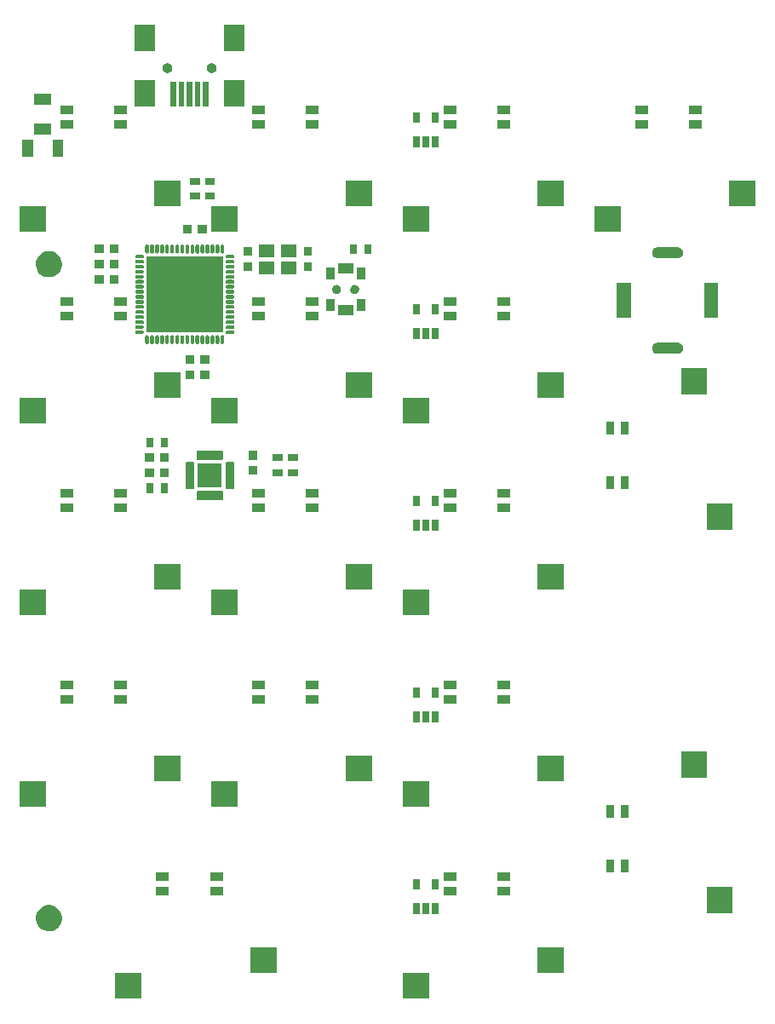
<source format=gbs>
G04 #@! TF.FileFunction,Soldermask,Bot*
%FSLAX46Y46*%
G04 Gerber Fmt 4.6, Leading zero omitted, Abs format (unit mm)*
G04 Created by KiCad (PCBNEW 4.0.6) date Saturday, January 06, 2018 'AMt' 08:46:40 AM*
%MOMM*%
%LPD*%
G01*
G04 APERTURE LIST*
%ADD10C,0.150000*%
G04 APERTURE END LIST*
D10*
G36*
X77775000Y-127020000D02*
X75145000Y-127020000D01*
X75145000Y-124440000D01*
X77775000Y-124440000D01*
X77775000Y-127020000D01*
X77775000Y-127020000D01*
G37*
G36*
X49200000Y-127020000D02*
X46570000Y-127020000D01*
X46570000Y-124440000D01*
X49200000Y-124440000D01*
X49200000Y-127020000D01*
X49200000Y-127020000D01*
G37*
G36*
X91225000Y-124480000D02*
X88595000Y-124480000D01*
X88595000Y-121900000D01*
X91225000Y-121900000D01*
X91225000Y-124480000D01*
X91225000Y-124480000D01*
G37*
G36*
X62650000Y-124480000D02*
X60020000Y-124480000D01*
X60020000Y-121900000D01*
X62650000Y-121900000D01*
X62650000Y-124480000D01*
X62650000Y-124480000D01*
G37*
G36*
X40136544Y-117700864D02*
X40386282Y-117752128D01*
X40621302Y-117850922D01*
X40832661Y-117993484D01*
X41012305Y-118174387D01*
X41153389Y-118386734D01*
X41250539Y-118622438D01*
X41299990Y-118872185D01*
X41299990Y-118872194D01*
X41300056Y-118872528D01*
X41295990Y-119163722D01*
X41295913Y-119164060D01*
X41295913Y-119164068D01*
X41239511Y-119412328D01*
X41135815Y-119645232D01*
X40988858Y-119853557D01*
X40804230Y-120029375D01*
X40588979Y-120165977D01*
X40351287Y-120258173D01*
X40100220Y-120302442D01*
X39845332Y-120297103D01*
X39596330Y-120242357D01*
X39362713Y-120140292D01*
X39153367Y-119994792D01*
X38976266Y-119811399D01*
X38838163Y-119597106D01*
X38744312Y-119360065D01*
X38698289Y-119109305D01*
X38701849Y-118854388D01*
X38754853Y-118605019D01*
X38855288Y-118370689D01*
X38999322Y-118160332D01*
X39181474Y-117981955D01*
X39394800Y-117842358D01*
X39631180Y-117746855D01*
X39881604Y-117699084D01*
X40136544Y-117700864D01*
X40136544Y-117700864D01*
G37*
G36*
X78760000Y-118580000D02*
X78080000Y-118580000D01*
X78080000Y-117500000D01*
X78760000Y-117500000D01*
X78760000Y-118580000D01*
X78760000Y-118580000D01*
G37*
G36*
X77810000Y-118580000D02*
X77130000Y-118580000D01*
X77130000Y-117500000D01*
X77810000Y-117500000D01*
X77810000Y-118580000D01*
X77810000Y-118580000D01*
G37*
G36*
X76860000Y-118580000D02*
X76180000Y-118580000D01*
X76180000Y-117500000D01*
X76860000Y-117500000D01*
X76860000Y-118580000D01*
X76860000Y-118580000D01*
G37*
G36*
X107970000Y-118530000D02*
X105390000Y-118530000D01*
X105390000Y-115900000D01*
X107970000Y-115900000D01*
X107970000Y-118530000D01*
X107970000Y-118530000D01*
G37*
G36*
X85890000Y-116710000D02*
X84610000Y-116710000D01*
X84610000Y-115880000D01*
X85890000Y-115880000D01*
X85890000Y-116710000D01*
X85890000Y-116710000D01*
G37*
G36*
X80490000Y-116710000D02*
X79210000Y-116710000D01*
X79210000Y-115880000D01*
X80490000Y-115880000D01*
X80490000Y-116710000D01*
X80490000Y-116710000D01*
G37*
G36*
X57315000Y-116710000D02*
X56035000Y-116710000D01*
X56035000Y-115880000D01*
X57315000Y-115880000D01*
X57315000Y-116710000D01*
X57315000Y-116710000D01*
G37*
G36*
X51915000Y-116710000D02*
X50635000Y-116710000D01*
X50635000Y-115880000D01*
X51915000Y-115880000D01*
X51915000Y-116710000D01*
X51915000Y-116710000D01*
G37*
G36*
X78760000Y-116180000D02*
X78080000Y-116180000D01*
X78080000Y-115100000D01*
X78760000Y-115100000D01*
X78760000Y-116180000D01*
X78760000Y-116180000D01*
G37*
G36*
X76860000Y-116180000D02*
X76180000Y-116180000D01*
X76180000Y-115100000D01*
X76860000Y-115100000D01*
X76860000Y-116180000D01*
X76860000Y-116180000D01*
G37*
G36*
X85890000Y-115260000D02*
X84610000Y-115260000D01*
X84610000Y-114430000D01*
X85890000Y-114430000D01*
X85890000Y-115260000D01*
X85890000Y-115260000D01*
G37*
G36*
X80490000Y-115260000D02*
X79210000Y-115260000D01*
X79210000Y-114430000D01*
X80490000Y-114430000D01*
X80490000Y-115260000D01*
X80490000Y-115260000D01*
G37*
G36*
X57315000Y-115260000D02*
X56035000Y-115260000D01*
X56035000Y-114430000D01*
X57315000Y-114430000D01*
X57315000Y-115260000D01*
X57315000Y-115260000D01*
G37*
G36*
X51915000Y-115260000D02*
X50635000Y-115260000D01*
X50635000Y-114430000D01*
X51915000Y-114430000D01*
X51915000Y-115260000D01*
X51915000Y-115260000D01*
G37*
G36*
X97660000Y-114465000D02*
X96830000Y-114465000D01*
X96830000Y-113185000D01*
X97660000Y-113185000D01*
X97660000Y-114465000D01*
X97660000Y-114465000D01*
G37*
G36*
X96210000Y-114465000D02*
X95380000Y-114465000D01*
X95380000Y-113185000D01*
X96210000Y-113185000D01*
X96210000Y-114465000D01*
X96210000Y-114465000D01*
G37*
G36*
X97660000Y-109065000D02*
X96830000Y-109065000D01*
X96830000Y-107785000D01*
X97660000Y-107785000D01*
X97660000Y-109065000D01*
X97660000Y-109065000D01*
G37*
G36*
X96210000Y-109065000D02*
X95380000Y-109065000D01*
X95380000Y-107785000D01*
X96210000Y-107785000D01*
X96210000Y-109065000D01*
X96210000Y-109065000D01*
G37*
G36*
X77775000Y-107970000D02*
X75145000Y-107970000D01*
X75145000Y-105390000D01*
X77775000Y-105390000D01*
X77775000Y-107970000D01*
X77775000Y-107970000D01*
G37*
G36*
X58725000Y-107970000D02*
X56095000Y-107970000D01*
X56095000Y-105390000D01*
X58725000Y-105390000D01*
X58725000Y-107970000D01*
X58725000Y-107970000D01*
G37*
G36*
X39675000Y-107970000D02*
X37045000Y-107970000D01*
X37045000Y-105390000D01*
X39675000Y-105390000D01*
X39675000Y-107970000D01*
X39675000Y-107970000D01*
G37*
G36*
X72175000Y-105430000D02*
X69545000Y-105430000D01*
X69545000Y-102850000D01*
X72175000Y-102850000D01*
X72175000Y-105430000D01*
X72175000Y-105430000D01*
G37*
G36*
X91225000Y-105430000D02*
X88595000Y-105430000D01*
X88595000Y-102850000D01*
X91225000Y-102850000D01*
X91225000Y-105430000D01*
X91225000Y-105430000D01*
G37*
G36*
X53125000Y-105430000D02*
X50495000Y-105430000D01*
X50495000Y-102850000D01*
X53125000Y-102850000D01*
X53125000Y-105430000D01*
X53125000Y-105430000D01*
G37*
G36*
X105430000Y-105080000D02*
X102850000Y-105080000D01*
X102850000Y-102450000D01*
X105430000Y-102450000D01*
X105430000Y-105080000D01*
X105430000Y-105080000D01*
G37*
G36*
X76860000Y-99530000D02*
X76180000Y-99530000D01*
X76180000Y-98450000D01*
X76860000Y-98450000D01*
X76860000Y-99530000D01*
X76860000Y-99530000D01*
G37*
G36*
X78760000Y-99530000D02*
X78080000Y-99530000D01*
X78080000Y-98450000D01*
X78760000Y-98450000D01*
X78760000Y-99530000D01*
X78760000Y-99530000D01*
G37*
G36*
X77810000Y-99530000D02*
X77130000Y-99530000D01*
X77130000Y-98450000D01*
X77810000Y-98450000D01*
X77810000Y-99530000D01*
X77810000Y-99530000D01*
G37*
G36*
X66840000Y-97660000D02*
X65560000Y-97660000D01*
X65560000Y-96830000D01*
X66840000Y-96830000D01*
X66840000Y-97660000D01*
X66840000Y-97660000D01*
G37*
G36*
X42390000Y-97660000D02*
X41110000Y-97660000D01*
X41110000Y-96830000D01*
X42390000Y-96830000D01*
X42390000Y-97660000D01*
X42390000Y-97660000D01*
G37*
G36*
X47790000Y-97660000D02*
X46510000Y-97660000D01*
X46510000Y-96830000D01*
X47790000Y-96830000D01*
X47790000Y-97660000D01*
X47790000Y-97660000D01*
G37*
G36*
X61440000Y-97660000D02*
X60160000Y-97660000D01*
X60160000Y-96830000D01*
X61440000Y-96830000D01*
X61440000Y-97660000D01*
X61440000Y-97660000D01*
G37*
G36*
X85890000Y-97660000D02*
X84610000Y-97660000D01*
X84610000Y-96830000D01*
X85890000Y-96830000D01*
X85890000Y-97660000D01*
X85890000Y-97660000D01*
G37*
G36*
X80490000Y-97660000D02*
X79210000Y-97660000D01*
X79210000Y-96830000D01*
X80490000Y-96830000D01*
X80490000Y-97660000D01*
X80490000Y-97660000D01*
G37*
G36*
X76860000Y-97130000D02*
X76180000Y-97130000D01*
X76180000Y-96050000D01*
X76860000Y-96050000D01*
X76860000Y-97130000D01*
X76860000Y-97130000D01*
G37*
G36*
X78760000Y-97130000D02*
X78080000Y-97130000D01*
X78080000Y-96050000D01*
X78760000Y-96050000D01*
X78760000Y-97130000D01*
X78760000Y-97130000D01*
G37*
G36*
X42390000Y-96210000D02*
X41110000Y-96210000D01*
X41110000Y-95380000D01*
X42390000Y-95380000D01*
X42390000Y-96210000D01*
X42390000Y-96210000D01*
G37*
G36*
X47790000Y-96210000D02*
X46510000Y-96210000D01*
X46510000Y-95380000D01*
X47790000Y-95380000D01*
X47790000Y-96210000D01*
X47790000Y-96210000D01*
G37*
G36*
X61440000Y-96210000D02*
X60160000Y-96210000D01*
X60160000Y-95380000D01*
X61440000Y-95380000D01*
X61440000Y-96210000D01*
X61440000Y-96210000D01*
G37*
G36*
X66840000Y-96210000D02*
X65560000Y-96210000D01*
X65560000Y-95380000D01*
X66840000Y-95380000D01*
X66840000Y-96210000D01*
X66840000Y-96210000D01*
G37*
G36*
X80490000Y-96210000D02*
X79210000Y-96210000D01*
X79210000Y-95380000D01*
X80490000Y-95380000D01*
X80490000Y-96210000D01*
X80490000Y-96210000D01*
G37*
G36*
X85890000Y-96210000D02*
X84610000Y-96210000D01*
X84610000Y-95380000D01*
X85890000Y-95380000D01*
X85890000Y-96210000D01*
X85890000Y-96210000D01*
G37*
G36*
X77775000Y-88920000D02*
X75145000Y-88920000D01*
X75145000Y-86340000D01*
X77775000Y-86340000D01*
X77775000Y-88920000D01*
X77775000Y-88920000D01*
G37*
G36*
X58725000Y-88920000D02*
X56095000Y-88920000D01*
X56095000Y-86340000D01*
X58725000Y-86340000D01*
X58725000Y-88920000D01*
X58725000Y-88920000D01*
G37*
G36*
X39675000Y-88920000D02*
X37045000Y-88920000D01*
X37045000Y-86340000D01*
X39675000Y-86340000D01*
X39675000Y-88920000D01*
X39675000Y-88920000D01*
G37*
G36*
X72175000Y-86380000D02*
X69545000Y-86380000D01*
X69545000Y-83800000D01*
X72175000Y-83800000D01*
X72175000Y-86380000D01*
X72175000Y-86380000D01*
G37*
G36*
X53125000Y-86380000D02*
X50495000Y-86380000D01*
X50495000Y-83800000D01*
X53125000Y-83800000D01*
X53125000Y-86380000D01*
X53125000Y-86380000D01*
G37*
G36*
X91225000Y-86380000D02*
X88595000Y-86380000D01*
X88595000Y-83800000D01*
X91225000Y-83800000D01*
X91225000Y-86380000D01*
X91225000Y-86380000D01*
G37*
G36*
X78760000Y-80480000D02*
X78080000Y-80480000D01*
X78080000Y-79400000D01*
X78760000Y-79400000D01*
X78760000Y-80480000D01*
X78760000Y-80480000D01*
G37*
G36*
X77810000Y-80480000D02*
X77130000Y-80480000D01*
X77130000Y-79400000D01*
X77810000Y-79400000D01*
X77810000Y-80480000D01*
X77810000Y-80480000D01*
G37*
G36*
X76860000Y-80480000D02*
X76180000Y-80480000D01*
X76180000Y-79400000D01*
X76860000Y-79400000D01*
X76860000Y-80480000D01*
X76860000Y-80480000D01*
G37*
G36*
X107970000Y-80430000D02*
X105390000Y-80430000D01*
X105390000Y-77800000D01*
X107970000Y-77800000D01*
X107970000Y-80430000D01*
X107970000Y-80430000D01*
G37*
G36*
X61440000Y-78610000D02*
X60160000Y-78610000D01*
X60160000Y-77780000D01*
X61440000Y-77780000D01*
X61440000Y-78610000D01*
X61440000Y-78610000D01*
G37*
G36*
X85890000Y-78610000D02*
X84610000Y-78610000D01*
X84610000Y-77780000D01*
X85890000Y-77780000D01*
X85890000Y-78610000D01*
X85890000Y-78610000D01*
G37*
G36*
X80490000Y-78610000D02*
X79210000Y-78610000D01*
X79210000Y-77780000D01*
X80490000Y-77780000D01*
X80490000Y-78610000D01*
X80490000Y-78610000D01*
G37*
G36*
X47790000Y-78610000D02*
X46510000Y-78610000D01*
X46510000Y-77780000D01*
X47790000Y-77780000D01*
X47790000Y-78610000D01*
X47790000Y-78610000D01*
G37*
G36*
X42390000Y-78610000D02*
X41110000Y-78610000D01*
X41110000Y-77780000D01*
X42390000Y-77780000D01*
X42390000Y-78610000D01*
X42390000Y-78610000D01*
G37*
G36*
X66840000Y-78610000D02*
X65560000Y-78610000D01*
X65560000Y-77780000D01*
X66840000Y-77780000D01*
X66840000Y-78610000D01*
X66840000Y-78610000D01*
G37*
G36*
X78760000Y-78080000D02*
X78080000Y-78080000D01*
X78080000Y-77000000D01*
X78760000Y-77000000D01*
X78760000Y-78080000D01*
X78760000Y-78080000D01*
G37*
G36*
X76860000Y-78080000D02*
X76180000Y-78080000D01*
X76180000Y-77000000D01*
X76860000Y-77000000D01*
X76860000Y-78080000D01*
X76860000Y-78080000D01*
G37*
G36*
X57218612Y-76559726D02*
X57223838Y-76560000D01*
X57249395Y-76560000D01*
X57256888Y-76568791D01*
X57266035Y-76575181D01*
X57278287Y-76581806D01*
X57299340Y-76599222D01*
X57316609Y-76620396D01*
X57329436Y-76644521D01*
X57337334Y-76670678D01*
X57340000Y-76697871D01*
X57340000Y-77302129D01*
X57339986Y-77304084D01*
X57336941Y-77331237D01*
X57328679Y-77357281D01*
X57315516Y-77381224D01*
X57297953Y-77402155D01*
X57276659Y-77419276D01*
X57266691Y-77424487D01*
X57255409Y-77432591D01*
X57249591Y-77440000D01*
X57224677Y-77440000D01*
X57220146Y-77440206D01*
X57199026Y-77442128D01*
X57181388Y-77440274D01*
X57176162Y-77440000D01*
X56824677Y-77440000D01*
X56820146Y-77440206D01*
X56799026Y-77442128D01*
X56781388Y-77440274D01*
X56776162Y-77440000D01*
X56424677Y-77440000D01*
X56420146Y-77440206D01*
X56399026Y-77442128D01*
X56381388Y-77440274D01*
X56376162Y-77440000D01*
X56024677Y-77440000D01*
X56020146Y-77440206D01*
X55999026Y-77442128D01*
X55981388Y-77440274D01*
X55976162Y-77440000D01*
X55624677Y-77440000D01*
X55620146Y-77440206D01*
X55599026Y-77442128D01*
X55581388Y-77440274D01*
X55576162Y-77440000D01*
X55224677Y-77440000D01*
X55220146Y-77440206D01*
X55199026Y-77442128D01*
X55181388Y-77440274D01*
X55176162Y-77440000D01*
X54824677Y-77440000D01*
X54820146Y-77440206D01*
X54799026Y-77442128D01*
X54781388Y-77440274D01*
X54776162Y-77440000D01*
X54750605Y-77440000D01*
X54743112Y-77431209D01*
X54733965Y-77424819D01*
X54721713Y-77418194D01*
X54700660Y-77400778D01*
X54683391Y-77379604D01*
X54670564Y-77355479D01*
X54662666Y-77329322D01*
X54660000Y-77302129D01*
X54660000Y-76697871D01*
X54660014Y-76695916D01*
X54663059Y-76668763D01*
X54671321Y-76642719D01*
X54684484Y-76618776D01*
X54702047Y-76597845D01*
X54723341Y-76580724D01*
X54733309Y-76575513D01*
X54744591Y-76567409D01*
X54750409Y-76560000D01*
X54775323Y-76560000D01*
X54779854Y-76559794D01*
X54800974Y-76557872D01*
X54818612Y-76559726D01*
X54823838Y-76560000D01*
X55175323Y-76560000D01*
X55179854Y-76559794D01*
X55200974Y-76557872D01*
X55218612Y-76559726D01*
X55223838Y-76560000D01*
X55575323Y-76560000D01*
X55579854Y-76559794D01*
X55600974Y-76557872D01*
X55618612Y-76559726D01*
X55623838Y-76560000D01*
X55975323Y-76560000D01*
X55979854Y-76559794D01*
X56000974Y-76557872D01*
X56018612Y-76559726D01*
X56023838Y-76560000D01*
X56375323Y-76560000D01*
X56379854Y-76559794D01*
X56400974Y-76557872D01*
X56418612Y-76559726D01*
X56423838Y-76560000D01*
X56775323Y-76560000D01*
X56779854Y-76559794D01*
X56800974Y-76557872D01*
X56818612Y-76559726D01*
X56823838Y-76560000D01*
X57175323Y-76560000D01*
X57179854Y-76559794D01*
X57200974Y-76557872D01*
X57218612Y-76559726D01*
X57218612Y-76559726D01*
G37*
G36*
X66840000Y-77160000D02*
X65560000Y-77160000D01*
X65560000Y-76330000D01*
X66840000Y-76330000D01*
X66840000Y-77160000D01*
X66840000Y-77160000D01*
G37*
G36*
X61440000Y-77160000D02*
X60160000Y-77160000D01*
X60160000Y-76330000D01*
X61440000Y-76330000D01*
X61440000Y-77160000D01*
X61440000Y-77160000D01*
G37*
G36*
X47790000Y-77160000D02*
X46510000Y-77160000D01*
X46510000Y-76330000D01*
X47790000Y-76330000D01*
X47790000Y-77160000D01*
X47790000Y-77160000D01*
G37*
G36*
X42390000Y-77160000D02*
X41110000Y-77160000D01*
X41110000Y-76330000D01*
X42390000Y-76330000D01*
X42390000Y-77160000D01*
X42390000Y-77160000D01*
G37*
G36*
X80490000Y-77160000D02*
X79210000Y-77160000D01*
X79210000Y-76330000D01*
X80490000Y-76330000D01*
X80490000Y-77160000D01*
X80490000Y-77160000D01*
G37*
G36*
X85890000Y-77160000D02*
X84610000Y-77160000D01*
X84610000Y-76330000D01*
X85890000Y-76330000D01*
X85890000Y-77160000D01*
X85890000Y-77160000D01*
G37*
G36*
X50340000Y-76740000D02*
X49660000Y-76740000D01*
X49660000Y-75760000D01*
X50340000Y-75760000D01*
X50340000Y-76740000D01*
X50340000Y-76740000D01*
G37*
G36*
X51840000Y-76740000D02*
X51160000Y-76740000D01*
X51160000Y-75760000D01*
X51840000Y-75760000D01*
X51840000Y-76740000D01*
X51840000Y-76740000D01*
G37*
G36*
X96210000Y-76365000D02*
X95380000Y-76365000D01*
X95380000Y-75085000D01*
X96210000Y-75085000D01*
X96210000Y-76365000D01*
X96210000Y-76365000D01*
G37*
G36*
X97660000Y-76365000D02*
X96830000Y-76365000D01*
X96830000Y-75085000D01*
X97660000Y-75085000D01*
X97660000Y-76365000D01*
X97660000Y-76365000D01*
G37*
G36*
X58304084Y-73660014D02*
X58331237Y-73663059D01*
X58357281Y-73671321D01*
X58381224Y-73684484D01*
X58402155Y-73702047D01*
X58419276Y-73723341D01*
X58424487Y-73733309D01*
X58432591Y-73744591D01*
X58440000Y-73750409D01*
X58440000Y-73775323D01*
X58440206Y-73779854D01*
X58442128Y-73800974D01*
X58440274Y-73818612D01*
X58440000Y-73823838D01*
X58440000Y-74175323D01*
X58440206Y-74179854D01*
X58442128Y-74200974D01*
X58440274Y-74218612D01*
X58440000Y-74223838D01*
X58440000Y-74575323D01*
X58440206Y-74579854D01*
X58442128Y-74600974D01*
X58440274Y-74618612D01*
X58440000Y-74623838D01*
X58440000Y-74975323D01*
X58440206Y-74979854D01*
X58442128Y-75000974D01*
X58440274Y-75018612D01*
X58440000Y-75023838D01*
X58440000Y-75375323D01*
X58440206Y-75379854D01*
X58442128Y-75400974D01*
X58440274Y-75418612D01*
X58440000Y-75423838D01*
X58440000Y-75775323D01*
X58440206Y-75779854D01*
X58442128Y-75800974D01*
X58440274Y-75818612D01*
X58440000Y-75823838D01*
X58440000Y-76175323D01*
X58440206Y-76179854D01*
X58442128Y-76200974D01*
X58440274Y-76218612D01*
X58440000Y-76223838D01*
X58440000Y-76249395D01*
X58431209Y-76256888D01*
X58424819Y-76266035D01*
X58418194Y-76278287D01*
X58400778Y-76299340D01*
X58379604Y-76316609D01*
X58355479Y-76329436D01*
X58329322Y-76337334D01*
X58302129Y-76340000D01*
X57697871Y-76340000D01*
X57695916Y-76339986D01*
X57668763Y-76336941D01*
X57642719Y-76328679D01*
X57618776Y-76315516D01*
X57597845Y-76297953D01*
X57580724Y-76276659D01*
X57575513Y-76266691D01*
X57567409Y-76255409D01*
X57560000Y-76249591D01*
X57560000Y-76224677D01*
X57559794Y-76220146D01*
X57557872Y-76199026D01*
X57559726Y-76181388D01*
X57560000Y-76176162D01*
X57560000Y-75824677D01*
X57559794Y-75820146D01*
X57557872Y-75799026D01*
X57559726Y-75781388D01*
X57560000Y-75776162D01*
X57560000Y-75424677D01*
X57559794Y-75420146D01*
X57557872Y-75399026D01*
X57559726Y-75381388D01*
X57560000Y-75376162D01*
X57560000Y-75024677D01*
X57559794Y-75020146D01*
X57557872Y-74999026D01*
X57559726Y-74981388D01*
X57560000Y-74976162D01*
X57560000Y-74624677D01*
X57559794Y-74620146D01*
X57557872Y-74599026D01*
X57559726Y-74581388D01*
X57560000Y-74576162D01*
X57560000Y-74224677D01*
X57559794Y-74220146D01*
X57557872Y-74199026D01*
X57559726Y-74181388D01*
X57560000Y-74176162D01*
X57560000Y-73824677D01*
X57559794Y-73820146D01*
X57557872Y-73799026D01*
X57559726Y-73781388D01*
X57560000Y-73776162D01*
X57560000Y-73750605D01*
X57568791Y-73743112D01*
X57575181Y-73733965D01*
X57581806Y-73721713D01*
X57599222Y-73700660D01*
X57620396Y-73683391D01*
X57644521Y-73670564D01*
X57670678Y-73662666D01*
X57697871Y-73660000D01*
X58302129Y-73660000D01*
X58304084Y-73660014D01*
X58304084Y-73660014D01*
G37*
G36*
X54304084Y-73660014D02*
X54331237Y-73663059D01*
X54357281Y-73671321D01*
X54381224Y-73684484D01*
X54402155Y-73702047D01*
X54419276Y-73723341D01*
X54424487Y-73733309D01*
X54432591Y-73744591D01*
X54440000Y-73750409D01*
X54440000Y-73775323D01*
X54440206Y-73779854D01*
X54442128Y-73800974D01*
X54440274Y-73818612D01*
X54440000Y-73823838D01*
X54440000Y-74175323D01*
X54440206Y-74179854D01*
X54442128Y-74200974D01*
X54440274Y-74218612D01*
X54440000Y-74223838D01*
X54440000Y-74575323D01*
X54440206Y-74579854D01*
X54442128Y-74600974D01*
X54440274Y-74618612D01*
X54440000Y-74623838D01*
X54440000Y-74975323D01*
X54440206Y-74979854D01*
X54442128Y-75000974D01*
X54440274Y-75018612D01*
X54440000Y-75023838D01*
X54440000Y-75375323D01*
X54440206Y-75379854D01*
X54442128Y-75400974D01*
X54440274Y-75418612D01*
X54440000Y-75423838D01*
X54440000Y-75775323D01*
X54440206Y-75779854D01*
X54442128Y-75800974D01*
X54440274Y-75818612D01*
X54440000Y-75823838D01*
X54440000Y-76175323D01*
X54440206Y-76179854D01*
X54442128Y-76200974D01*
X54440274Y-76218612D01*
X54440000Y-76223838D01*
X54440000Y-76249395D01*
X54431209Y-76256888D01*
X54424819Y-76266035D01*
X54418194Y-76278287D01*
X54400778Y-76299340D01*
X54379604Y-76316609D01*
X54355479Y-76329436D01*
X54329322Y-76337334D01*
X54302129Y-76340000D01*
X53697871Y-76340000D01*
X53695916Y-76339986D01*
X53668763Y-76336941D01*
X53642719Y-76328679D01*
X53618776Y-76315516D01*
X53597845Y-76297953D01*
X53580724Y-76276659D01*
X53575513Y-76266691D01*
X53567409Y-76255409D01*
X53560000Y-76249591D01*
X53560000Y-76224677D01*
X53559794Y-76220146D01*
X53557872Y-76199026D01*
X53559726Y-76181388D01*
X53560000Y-76176162D01*
X53560000Y-75824677D01*
X53559794Y-75820146D01*
X53557872Y-75799026D01*
X53559726Y-75781388D01*
X53560000Y-75776162D01*
X53560000Y-75424677D01*
X53559794Y-75420146D01*
X53557872Y-75399026D01*
X53559726Y-75381388D01*
X53560000Y-75376162D01*
X53560000Y-75024677D01*
X53559794Y-75020146D01*
X53557872Y-74999026D01*
X53559726Y-74981388D01*
X53560000Y-74976162D01*
X53560000Y-74624677D01*
X53559794Y-74620146D01*
X53557872Y-74599026D01*
X53559726Y-74581388D01*
X53560000Y-74576162D01*
X53560000Y-74224677D01*
X53559794Y-74220146D01*
X53557872Y-74199026D01*
X53559726Y-74181388D01*
X53560000Y-74176162D01*
X53560000Y-73824677D01*
X53559794Y-73820146D01*
X53557872Y-73799026D01*
X53559726Y-73781388D01*
X53560000Y-73776162D01*
X53560000Y-73750605D01*
X53568791Y-73743112D01*
X53575181Y-73733965D01*
X53581806Y-73721713D01*
X53599222Y-73700660D01*
X53620396Y-73683391D01*
X53644521Y-73670564D01*
X53670678Y-73662666D01*
X53697871Y-73660000D01*
X54302129Y-73660000D01*
X54304084Y-73660014D01*
X54304084Y-73660014D01*
G37*
G36*
X57190000Y-76190000D02*
X54810000Y-76190000D01*
X54810000Y-73810000D01*
X57190000Y-73810000D01*
X57190000Y-76190000D01*
X57190000Y-76190000D01*
G37*
G36*
X50440000Y-75165000D02*
X49560000Y-75165000D01*
X49560000Y-74335000D01*
X50440000Y-74335000D01*
X50440000Y-75165000D01*
X50440000Y-75165000D01*
G37*
G36*
X51940000Y-75165000D02*
X51060000Y-75165000D01*
X51060000Y-74335000D01*
X51940000Y-74335000D01*
X51940000Y-75165000D01*
X51940000Y-75165000D01*
G37*
G36*
X64740000Y-75040000D02*
X63760000Y-75040000D01*
X63760000Y-74360000D01*
X64740000Y-74360000D01*
X64740000Y-75040000D01*
X64740000Y-75040000D01*
G37*
G36*
X63240000Y-75040000D02*
X62260000Y-75040000D01*
X62260000Y-74360000D01*
X63240000Y-74360000D01*
X63240000Y-75040000D01*
X63240000Y-75040000D01*
G37*
G36*
X60665000Y-74940000D02*
X59835000Y-74940000D01*
X59835000Y-74060000D01*
X60665000Y-74060000D01*
X60665000Y-74940000D01*
X60665000Y-74940000D01*
G37*
G36*
X51940000Y-73665000D02*
X51060000Y-73665000D01*
X51060000Y-72835000D01*
X51940000Y-72835000D01*
X51940000Y-73665000D01*
X51940000Y-73665000D01*
G37*
G36*
X50440000Y-73665000D02*
X49560000Y-73665000D01*
X49560000Y-72835000D01*
X50440000Y-72835000D01*
X50440000Y-73665000D01*
X50440000Y-73665000D01*
G37*
G36*
X63240000Y-73540000D02*
X62260000Y-73540000D01*
X62260000Y-72860000D01*
X63240000Y-72860000D01*
X63240000Y-73540000D01*
X63240000Y-73540000D01*
G37*
G36*
X64740000Y-73540000D02*
X63760000Y-73540000D01*
X63760000Y-72860000D01*
X64740000Y-72860000D01*
X64740000Y-73540000D01*
X64740000Y-73540000D01*
G37*
G36*
X57218612Y-72559726D02*
X57223838Y-72560000D01*
X57249395Y-72560000D01*
X57256888Y-72568791D01*
X57266035Y-72575181D01*
X57278287Y-72581806D01*
X57299340Y-72599222D01*
X57316609Y-72620396D01*
X57329436Y-72644521D01*
X57337334Y-72670678D01*
X57340000Y-72697871D01*
X57340000Y-73302129D01*
X57339986Y-73304084D01*
X57336941Y-73331237D01*
X57328679Y-73357281D01*
X57315516Y-73381224D01*
X57297953Y-73402155D01*
X57276659Y-73419276D01*
X57266691Y-73424487D01*
X57255409Y-73432591D01*
X57249591Y-73440000D01*
X57224677Y-73440000D01*
X57220146Y-73440206D01*
X57199026Y-73442128D01*
X57181388Y-73440274D01*
X57176162Y-73440000D01*
X56824677Y-73440000D01*
X56820146Y-73440206D01*
X56799026Y-73442128D01*
X56781388Y-73440274D01*
X56776162Y-73440000D01*
X56424677Y-73440000D01*
X56420146Y-73440206D01*
X56399026Y-73442128D01*
X56381388Y-73440274D01*
X56376162Y-73440000D01*
X56024677Y-73440000D01*
X56020146Y-73440206D01*
X55999026Y-73442128D01*
X55981388Y-73440274D01*
X55976162Y-73440000D01*
X55624677Y-73440000D01*
X55620146Y-73440206D01*
X55599026Y-73442128D01*
X55581388Y-73440274D01*
X55576162Y-73440000D01*
X55224677Y-73440000D01*
X55220146Y-73440206D01*
X55199026Y-73442128D01*
X55181388Y-73440274D01*
X55176162Y-73440000D01*
X54824677Y-73440000D01*
X54820146Y-73440206D01*
X54799026Y-73442128D01*
X54781388Y-73440274D01*
X54776162Y-73440000D01*
X54750605Y-73440000D01*
X54743112Y-73431209D01*
X54733965Y-73424819D01*
X54721713Y-73418194D01*
X54700660Y-73400778D01*
X54683391Y-73379604D01*
X54670564Y-73355479D01*
X54662666Y-73329322D01*
X54660000Y-73302129D01*
X54660000Y-72697871D01*
X54660014Y-72695916D01*
X54663059Y-72668763D01*
X54671321Y-72642719D01*
X54684484Y-72618776D01*
X54702047Y-72597845D01*
X54723341Y-72580724D01*
X54733309Y-72575513D01*
X54744591Y-72567409D01*
X54750409Y-72560000D01*
X54775323Y-72560000D01*
X54779854Y-72559794D01*
X54800974Y-72557872D01*
X54818612Y-72559726D01*
X54823838Y-72560000D01*
X55175323Y-72560000D01*
X55179854Y-72559794D01*
X55200974Y-72557872D01*
X55218612Y-72559726D01*
X55223838Y-72560000D01*
X55575323Y-72560000D01*
X55579854Y-72559794D01*
X55600974Y-72557872D01*
X55618612Y-72559726D01*
X55623838Y-72560000D01*
X55975323Y-72560000D01*
X55979854Y-72559794D01*
X56000974Y-72557872D01*
X56018612Y-72559726D01*
X56023838Y-72560000D01*
X56375323Y-72560000D01*
X56379854Y-72559794D01*
X56400974Y-72557872D01*
X56418612Y-72559726D01*
X56423838Y-72560000D01*
X56775323Y-72560000D01*
X56779854Y-72559794D01*
X56800974Y-72557872D01*
X56818612Y-72559726D01*
X56823838Y-72560000D01*
X57175323Y-72560000D01*
X57179854Y-72559794D01*
X57200974Y-72557872D01*
X57218612Y-72559726D01*
X57218612Y-72559726D01*
G37*
G36*
X60665000Y-73440000D02*
X59835000Y-73440000D01*
X59835000Y-72560000D01*
X60665000Y-72560000D01*
X60665000Y-73440000D01*
X60665000Y-73440000D01*
G37*
G36*
X51840000Y-72240000D02*
X51160000Y-72240000D01*
X51160000Y-71260000D01*
X51840000Y-71260000D01*
X51840000Y-72240000D01*
X51840000Y-72240000D01*
G37*
G36*
X50340000Y-72240000D02*
X49660000Y-72240000D01*
X49660000Y-71260000D01*
X50340000Y-71260000D01*
X50340000Y-72240000D01*
X50340000Y-72240000D01*
G37*
G36*
X97660000Y-70965000D02*
X96830000Y-70965000D01*
X96830000Y-69685000D01*
X97660000Y-69685000D01*
X97660000Y-70965000D01*
X97660000Y-70965000D01*
G37*
G36*
X96210000Y-70965000D02*
X95380000Y-70965000D01*
X95380000Y-69685000D01*
X96210000Y-69685000D01*
X96210000Y-70965000D01*
X96210000Y-70965000D01*
G37*
G36*
X77775000Y-69870000D02*
X75145000Y-69870000D01*
X75145000Y-67290000D01*
X77775000Y-67290000D01*
X77775000Y-69870000D01*
X77775000Y-69870000D01*
G37*
G36*
X58725000Y-69870000D02*
X56095000Y-69870000D01*
X56095000Y-67290000D01*
X58725000Y-67290000D01*
X58725000Y-69870000D01*
X58725000Y-69870000D01*
G37*
G36*
X39675000Y-69870000D02*
X37045000Y-69870000D01*
X37045000Y-67290000D01*
X39675000Y-67290000D01*
X39675000Y-69870000D01*
X39675000Y-69870000D01*
G37*
G36*
X91225000Y-67330000D02*
X88595000Y-67330000D01*
X88595000Y-64750000D01*
X91225000Y-64750000D01*
X91225000Y-67330000D01*
X91225000Y-67330000D01*
G37*
G36*
X53125000Y-67330000D02*
X50495000Y-67330000D01*
X50495000Y-64750000D01*
X53125000Y-64750000D01*
X53125000Y-67330000D01*
X53125000Y-67330000D01*
G37*
G36*
X72175000Y-67330000D02*
X69545000Y-67330000D01*
X69545000Y-64750000D01*
X72175000Y-64750000D01*
X72175000Y-67330000D01*
X72175000Y-67330000D01*
G37*
G36*
X105430000Y-66980000D02*
X102850000Y-66980000D01*
X102850000Y-64350000D01*
X105430000Y-64350000D01*
X105430000Y-66980000D01*
X105430000Y-66980000D01*
G37*
G36*
X54440000Y-65415000D02*
X53560000Y-65415000D01*
X53560000Y-64585000D01*
X54440000Y-64585000D01*
X54440000Y-65415000D01*
X54440000Y-65415000D01*
G37*
G36*
X55940000Y-65415000D02*
X55060000Y-65415000D01*
X55060000Y-64585000D01*
X55940000Y-64585000D01*
X55940000Y-65415000D01*
X55940000Y-65415000D01*
G37*
G36*
X55940000Y-63915000D02*
X55060000Y-63915000D01*
X55060000Y-63085000D01*
X55940000Y-63085000D01*
X55940000Y-63915000D01*
X55940000Y-63915000D01*
G37*
G36*
X54440000Y-63915000D02*
X53560000Y-63915000D01*
X53560000Y-63085000D01*
X54440000Y-63085000D01*
X54440000Y-63915000D01*
X54440000Y-63915000D01*
G37*
G36*
X102510212Y-61810019D02*
X102514991Y-61810053D01*
X102619723Y-61821800D01*
X102720180Y-61853667D01*
X102812533Y-61904439D01*
X102893266Y-61972182D01*
X102959304Y-62054316D01*
X103008130Y-62147712D01*
X103037886Y-62248814D01*
X103037889Y-62248848D01*
X103037893Y-62248861D01*
X103047441Y-62353768D01*
X103036428Y-62458534D01*
X103036427Y-62458539D01*
X103036422Y-62458582D01*
X103005257Y-62559258D01*
X102955131Y-62651964D01*
X102887953Y-62733168D01*
X102806282Y-62799777D01*
X102713229Y-62849255D01*
X102612338Y-62879716D01*
X102507451Y-62890000D01*
X100492517Y-62890000D01*
X100489788Y-62889981D01*
X100485009Y-62889947D01*
X100380277Y-62878200D01*
X100279820Y-62846333D01*
X100187467Y-62795561D01*
X100106734Y-62727818D01*
X100040696Y-62645684D01*
X99991870Y-62552288D01*
X99962114Y-62451186D01*
X99962111Y-62451152D01*
X99962107Y-62451139D01*
X99952559Y-62346232D01*
X99963572Y-62241466D01*
X99963573Y-62241461D01*
X99963578Y-62241418D01*
X99994743Y-62140742D01*
X100044869Y-62048036D01*
X100112047Y-61966832D01*
X100193718Y-61900223D01*
X100286771Y-61850745D01*
X100387662Y-61820284D01*
X100492549Y-61810000D01*
X102507483Y-61810000D01*
X102510212Y-61810019D01*
X102510212Y-61810019D01*
G37*
G36*
X57288155Y-61061744D02*
X57288168Y-61061748D01*
X57288205Y-61061752D01*
X57323628Y-61072717D01*
X57356247Y-61090354D01*
X57384818Y-61113991D01*
X57408255Y-61142727D01*
X57425664Y-61175468D01*
X57436381Y-61210966D01*
X57440000Y-61247871D01*
X57440000Y-61752174D01*
X57439996Y-61752760D01*
X57439995Y-61752765D01*
X57439981Y-61754782D01*
X57435848Y-61791632D01*
X57424636Y-61826978D01*
X57406772Y-61859473D01*
X57382936Y-61887879D01*
X57354037Y-61911114D01*
X57321175Y-61928294D01*
X57285602Y-61938764D01*
X57285568Y-61938767D01*
X57285555Y-61938771D01*
X57248676Y-61942127D01*
X57211845Y-61938256D01*
X57211832Y-61938252D01*
X57211795Y-61938248D01*
X57176372Y-61927283D01*
X57143753Y-61909646D01*
X57115182Y-61886009D01*
X57091745Y-61857273D01*
X57074336Y-61824532D01*
X57063619Y-61789034D01*
X57060000Y-61752129D01*
X57060000Y-61247826D01*
X57060004Y-61247240D01*
X57060005Y-61247235D01*
X57060019Y-61245218D01*
X57064152Y-61208368D01*
X57075364Y-61173022D01*
X57093228Y-61140527D01*
X57117064Y-61112121D01*
X57145963Y-61088886D01*
X57178825Y-61071706D01*
X57214398Y-61061236D01*
X57214432Y-61061233D01*
X57214445Y-61061229D01*
X57251324Y-61057873D01*
X57288155Y-61061744D01*
X57288155Y-61061744D01*
G37*
G36*
X56788155Y-61061744D02*
X56788168Y-61061748D01*
X56788205Y-61061752D01*
X56823628Y-61072717D01*
X56856247Y-61090354D01*
X56884818Y-61113991D01*
X56908255Y-61142727D01*
X56925664Y-61175468D01*
X56936381Y-61210966D01*
X56940000Y-61247871D01*
X56940000Y-61752174D01*
X56939996Y-61752760D01*
X56939995Y-61752765D01*
X56939981Y-61754782D01*
X56935848Y-61791632D01*
X56924636Y-61826978D01*
X56906772Y-61859473D01*
X56882936Y-61887879D01*
X56854037Y-61911114D01*
X56821175Y-61928294D01*
X56785602Y-61938764D01*
X56785568Y-61938767D01*
X56785555Y-61938771D01*
X56748676Y-61942127D01*
X56711845Y-61938256D01*
X56711832Y-61938252D01*
X56711795Y-61938248D01*
X56676372Y-61927283D01*
X56643753Y-61909646D01*
X56615182Y-61886009D01*
X56591745Y-61857273D01*
X56574336Y-61824532D01*
X56563619Y-61789034D01*
X56560000Y-61752129D01*
X56560000Y-61247826D01*
X56560004Y-61247240D01*
X56560005Y-61247235D01*
X56560019Y-61245218D01*
X56564152Y-61208368D01*
X56575364Y-61173022D01*
X56593228Y-61140527D01*
X56617064Y-61112121D01*
X56645963Y-61088886D01*
X56678825Y-61071706D01*
X56714398Y-61061236D01*
X56714432Y-61061233D01*
X56714445Y-61061229D01*
X56751324Y-61057873D01*
X56788155Y-61061744D01*
X56788155Y-61061744D01*
G37*
G36*
X56288155Y-61061744D02*
X56288168Y-61061748D01*
X56288205Y-61061752D01*
X56323628Y-61072717D01*
X56356247Y-61090354D01*
X56384818Y-61113991D01*
X56408255Y-61142727D01*
X56425664Y-61175468D01*
X56436381Y-61210966D01*
X56440000Y-61247871D01*
X56440000Y-61752174D01*
X56439996Y-61752760D01*
X56439995Y-61752765D01*
X56439981Y-61754782D01*
X56435848Y-61791632D01*
X56424636Y-61826978D01*
X56406772Y-61859473D01*
X56382936Y-61887879D01*
X56354037Y-61911114D01*
X56321175Y-61928294D01*
X56285602Y-61938764D01*
X56285568Y-61938767D01*
X56285555Y-61938771D01*
X56248676Y-61942127D01*
X56211845Y-61938256D01*
X56211832Y-61938252D01*
X56211795Y-61938248D01*
X56176372Y-61927283D01*
X56143753Y-61909646D01*
X56115182Y-61886009D01*
X56091745Y-61857273D01*
X56074336Y-61824532D01*
X56063619Y-61789034D01*
X56060000Y-61752129D01*
X56060000Y-61247826D01*
X56060004Y-61247240D01*
X56060005Y-61247235D01*
X56060019Y-61245218D01*
X56064152Y-61208368D01*
X56075364Y-61173022D01*
X56093228Y-61140527D01*
X56117064Y-61112121D01*
X56145963Y-61088886D01*
X56178825Y-61071706D01*
X56214398Y-61061236D01*
X56214432Y-61061233D01*
X56214445Y-61061229D01*
X56251324Y-61057873D01*
X56288155Y-61061744D01*
X56288155Y-61061744D01*
G37*
G36*
X49788155Y-61061744D02*
X49788168Y-61061748D01*
X49788205Y-61061752D01*
X49823628Y-61072717D01*
X49856247Y-61090354D01*
X49884818Y-61113991D01*
X49908255Y-61142727D01*
X49925664Y-61175468D01*
X49936381Y-61210966D01*
X49940000Y-61247871D01*
X49940000Y-61752174D01*
X49939996Y-61752760D01*
X49939995Y-61752765D01*
X49939981Y-61754782D01*
X49935848Y-61791632D01*
X49924636Y-61826978D01*
X49906772Y-61859473D01*
X49882936Y-61887879D01*
X49854037Y-61911114D01*
X49821175Y-61928294D01*
X49785602Y-61938764D01*
X49785568Y-61938767D01*
X49785555Y-61938771D01*
X49748676Y-61942127D01*
X49711845Y-61938256D01*
X49711832Y-61938252D01*
X49711795Y-61938248D01*
X49676372Y-61927283D01*
X49643753Y-61909646D01*
X49615182Y-61886009D01*
X49591745Y-61857273D01*
X49574336Y-61824532D01*
X49563619Y-61789034D01*
X49560000Y-61752129D01*
X49560000Y-61247826D01*
X49560004Y-61247240D01*
X49560005Y-61247235D01*
X49560019Y-61245218D01*
X49564152Y-61208368D01*
X49575364Y-61173022D01*
X49593228Y-61140527D01*
X49617064Y-61112121D01*
X49645963Y-61088886D01*
X49678825Y-61071706D01*
X49714398Y-61061236D01*
X49714432Y-61061233D01*
X49714445Y-61061229D01*
X49751324Y-61057873D01*
X49788155Y-61061744D01*
X49788155Y-61061744D01*
G37*
G36*
X50288155Y-61061744D02*
X50288168Y-61061748D01*
X50288205Y-61061752D01*
X50323628Y-61072717D01*
X50356247Y-61090354D01*
X50384818Y-61113991D01*
X50408255Y-61142727D01*
X50425664Y-61175468D01*
X50436381Y-61210966D01*
X50440000Y-61247871D01*
X50440000Y-61752174D01*
X50439996Y-61752760D01*
X50439995Y-61752765D01*
X50439981Y-61754782D01*
X50435848Y-61791632D01*
X50424636Y-61826978D01*
X50406772Y-61859473D01*
X50382936Y-61887879D01*
X50354037Y-61911114D01*
X50321175Y-61928294D01*
X50285602Y-61938764D01*
X50285568Y-61938767D01*
X50285555Y-61938771D01*
X50248676Y-61942127D01*
X50211845Y-61938256D01*
X50211832Y-61938252D01*
X50211795Y-61938248D01*
X50176372Y-61927283D01*
X50143753Y-61909646D01*
X50115182Y-61886009D01*
X50091745Y-61857273D01*
X50074336Y-61824532D01*
X50063619Y-61789034D01*
X50060000Y-61752129D01*
X50060000Y-61247826D01*
X50060004Y-61247240D01*
X50060005Y-61247235D01*
X50060019Y-61245218D01*
X50064152Y-61208368D01*
X50075364Y-61173022D01*
X50093228Y-61140527D01*
X50117064Y-61112121D01*
X50145963Y-61088886D01*
X50178825Y-61071706D01*
X50214398Y-61061236D01*
X50214432Y-61061233D01*
X50214445Y-61061229D01*
X50251324Y-61057873D01*
X50288155Y-61061744D01*
X50288155Y-61061744D01*
G37*
G36*
X50788155Y-61061744D02*
X50788168Y-61061748D01*
X50788205Y-61061752D01*
X50823628Y-61072717D01*
X50856247Y-61090354D01*
X50884818Y-61113991D01*
X50908255Y-61142727D01*
X50925664Y-61175468D01*
X50936381Y-61210966D01*
X50940000Y-61247871D01*
X50940000Y-61752174D01*
X50939996Y-61752760D01*
X50939995Y-61752765D01*
X50939981Y-61754782D01*
X50935848Y-61791632D01*
X50924636Y-61826978D01*
X50906772Y-61859473D01*
X50882936Y-61887879D01*
X50854037Y-61911114D01*
X50821175Y-61928294D01*
X50785602Y-61938764D01*
X50785568Y-61938767D01*
X50785555Y-61938771D01*
X50748676Y-61942127D01*
X50711845Y-61938256D01*
X50711832Y-61938252D01*
X50711795Y-61938248D01*
X50676372Y-61927283D01*
X50643753Y-61909646D01*
X50615182Y-61886009D01*
X50591745Y-61857273D01*
X50574336Y-61824532D01*
X50563619Y-61789034D01*
X50560000Y-61752129D01*
X50560000Y-61247826D01*
X50560004Y-61247240D01*
X50560005Y-61247235D01*
X50560019Y-61245218D01*
X50564152Y-61208368D01*
X50575364Y-61173022D01*
X50593228Y-61140527D01*
X50617064Y-61112121D01*
X50645963Y-61088886D01*
X50678825Y-61071706D01*
X50714398Y-61061236D01*
X50714432Y-61061233D01*
X50714445Y-61061229D01*
X50751324Y-61057873D01*
X50788155Y-61061744D01*
X50788155Y-61061744D01*
G37*
G36*
X51288155Y-61061744D02*
X51288168Y-61061748D01*
X51288205Y-61061752D01*
X51323628Y-61072717D01*
X51356247Y-61090354D01*
X51384818Y-61113991D01*
X51408255Y-61142727D01*
X51425664Y-61175468D01*
X51436381Y-61210966D01*
X51440000Y-61247871D01*
X51440000Y-61752174D01*
X51439996Y-61752760D01*
X51439995Y-61752765D01*
X51439981Y-61754782D01*
X51435848Y-61791632D01*
X51424636Y-61826978D01*
X51406772Y-61859473D01*
X51382936Y-61887879D01*
X51354037Y-61911114D01*
X51321175Y-61928294D01*
X51285602Y-61938764D01*
X51285568Y-61938767D01*
X51285555Y-61938771D01*
X51248676Y-61942127D01*
X51211845Y-61938256D01*
X51211832Y-61938252D01*
X51211795Y-61938248D01*
X51176372Y-61927283D01*
X51143753Y-61909646D01*
X51115182Y-61886009D01*
X51091745Y-61857273D01*
X51074336Y-61824532D01*
X51063619Y-61789034D01*
X51060000Y-61752129D01*
X51060000Y-61247826D01*
X51060004Y-61247240D01*
X51060005Y-61247235D01*
X51060019Y-61245218D01*
X51064152Y-61208368D01*
X51075364Y-61173022D01*
X51093228Y-61140527D01*
X51117064Y-61112121D01*
X51145963Y-61088886D01*
X51178825Y-61071706D01*
X51214398Y-61061236D01*
X51214432Y-61061233D01*
X51214445Y-61061229D01*
X51251324Y-61057873D01*
X51288155Y-61061744D01*
X51288155Y-61061744D01*
G37*
G36*
X55788155Y-61061744D02*
X55788168Y-61061748D01*
X55788205Y-61061752D01*
X55823628Y-61072717D01*
X55856247Y-61090354D01*
X55884818Y-61113991D01*
X55908255Y-61142727D01*
X55925664Y-61175468D01*
X55936381Y-61210966D01*
X55940000Y-61247871D01*
X55940000Y-61752174D01*
X55939996Y-61752760D01*
X55939995Y-61752765D01*
X55939981Y-61754782D01*
X55935848Y-61791632D01*
X55924636Y-61826978D01*
X55906772Y-61859473D01*
X55882936Y-61887879D01*
X55854037Y-61911114D01*
X55821175Y-61928294D01*
X55785602Y-61938764D01*
X55785568Y-61938767D01*
X55785555Y-61938771D01*
X55748676Y-61942127D01*
X55711845Y-61938256D01*
X55711832Y-61938252D01*
X55711795Y-61938248D01*
X55676372Y-61927283D01*
X55643753Y-61909646D01*
X55615182Y-61886009D01*
X55591745Y-61857273D01*
X55574336Y-61824532D01*
X55563619Y-61789034D01*
X55560000Y-61752129D01*
X55560000Y-61247826D01*
X55560004Y-61247240D01*
X55560005Y-61247235D01*
X55560019Y-61245218D01*
X55564152Y-61208368D01*
X55575364Y-61173022D01*
X55593228Y-61140527D01*
X55617064Y-61112121D01*
X55645963Y-61088886D01*
X55678825Y-61071706D01*
X55714398Y-61061236D01*
X55714432Y-61061233D01*
X55714445Y-61061229D01*
X55751324Y-61057873D01*
X55788155Y-61061744D01*
X55788155Y-61061744D01*
G37*
G36*
X55288155Y-61061744D02*
X55288168Y-61061748D01*
X55288205Y-61061752D01*
X55323628Y-61072717D01*
X55356247Y-61090354D01*
X55384818Y-61113991D01*
X55408255Y-61142727D01*
X55425664Y-61175468D01*
X55436381Y-61210966D01*
X55440000Y-61247871D01*
X55440000Y-61752174D01*
X55439996Y-61752760D01*
X55439995Y-61752765D01*
X55439981Y-61754782D01*
X55435848Y-61791632D01*
X55424636Y-61826978D01*
X55406772Y-61859473D01*
X55382936Y-61887879D01*
X55354037Y-61911114D01*
X55321175Y-61928294D01*
X55285602Y-61938764D01*
X55285568Y-61938767D01*
X55285555Y-61938771D01*
X55248676Y-61942127D01*
X55211845Y-61938256D01*
X55211832Y-61938252D01*
X55211795Y-61938248D01*
X55176372Y-61927283D01*
X55143753Y-61909646D01*
X55115182Y-61886009D01*
X55091745Y-61857273D01*
X55074336Y-61824532D01*
X55063619Y-61789034D01*
X55060000Y-61752129D01*
X55060000Y-61247826D01*
X55060004Y-61247240D01*
X55060005Y-61247235D01*
X55060019Y-61245218D01*
X55064152Y-61208368D01*
X55075364Y-61173022D01*
X55093228Y-61140527D01*
X55117064Y-61112121D01*
X55145963Y-61088886D01*
X55178825Y-61071706D01*
X55214398Y-61061236D01*
X55214432Y-61061233D01*
X55214445Y-61061229D01*
X55251324Y-61057873D01*
X55288155Y-61061744D01*
X55288155Y-61061744D01*
G37*
G36*
X51788155Y-61061744D02*
X51788168Y-61061748D01*
X51788205Y-61061752D01*
X51823628Y-61072717D01*
X51856247Y-61090354D01*
X51884818Y-61113991D01*
X51908255Y-61142727D01*
X51925664Y-61175468D01*
X51936381Y-61210966D01*
X51940000Y-61247871D01*
X51940000Y-61752174D01*
X51939996Y-61752760D01*
X51939995Y-61752765D01*
X51939981Y-61754782D01*
X51935848Y-61791632D01*
X51924636Y-61826978D01*
X51906772Y-61859473D01*
X51882936Y-61887879D01*
X51854037Y-61911114D01*
X51821175Y-61928294D01*
X51785602Y-61938764D01*
X51785568Y-61938767D01*
X51785555Y-61938771D01*
X51748676Y-61942127D01*
X51711845Y-61938256D01*
X51711832Y-61938252D01*
X51711795Y-61938248D01*
X51676372Y-61927283D01*
X51643753Y-61909646D01*
X51615182Y-61886009D01*
X51591745Y-61857273D01*
X51574336Y-61824532D01*
X51563619Y-61789034D01*
X51560000Y-61752129D01*
X51560000Y-61247826D01*
X51560004Y-61247240D01*
X51560005Y-61247235D01*
X51560019Y-61245218D01*
X51564152Y-61208368D01*
X51575364Y-61173022D01*
X51593228Y-61140527D01*
X51617064Y-61112121D01*
X51645963Y-61088886D01*
X51678825Y-61071706D01*
X51714398Y-61061236D01*
X51714432Y-61061233D01*
X51714445Y-61061229D01*
X51751324Y-61057873D01*
X51788155Y-61061744D01*
X51788155Y-61061744D01*
G37*
G36*
X52288155Y-61061744D02*
X52288168Y-61061748D01*
X52288205Y-61061752D01*
X52323628Y-61072717D01*
X52356247Y-61090354D01*
X52384818Y-61113991D01*
X52408255Y-61142727D01*
X52425664Y-61175468D01*
X52436381Y-61210966D01*
X52440000Y-61247871D01*
X52440000Y-61752174D01*
X52439996Y-61752760D01*
X52439995Y-61752765D01*
X52439981Y-61754782D01*
X52435848Y-61791632D01*
X52424636Y-61826978D01*
X52406772Y-61859473D01*
X52382936Y-61887879D01*
X52354037Y-61911114D01*
X52321175Y-61928294D01*
X52285602Y-61938764D01*
X52285568Y-61938767D01*
X52285555Y-61938771D01*
X52248676Y-61942127D01*
X52211845Y-61938256D01*
X52211832Y-61938252D01*
X52211795Y-61938248D01*
X52176372Y-61927283D01*
X52143753Y-61909646D01*
X52115182Y-61886009D01*
X52091745Y-61857273D01*
X52074336Y-61824532D01*
X52063619Y-61789034D01*
X52060000Y-61752129D01*
X52060000Y-61247826D01*
X52060004Y-61247240D01*
X52060005Y-61247235D01*
X52060019Y-61245218D01*
X52064152Y-61208368D01*
X52075364Y-61173022D01*
X52093228Y-61140527D01*
X52117064Y-61112121D01*
X52145963Y-61088886D01*
X52178825Y-61071706D01*
X52214398Y-61061236D01*
X52214432Y-61061233D01*
X52214445Y-61061229D01*
X52251324Y-61057873D01*
X52288155Y-61061744D01*
X52288155Y-61061744D01*
G37*
G36*
X52788155Y-61061744D02*
X52788168Y-61061748D01*
X52788205Y-61061752D01*
X52823628Y-61072717D01*
X52856247Y-61090354D01*
X52884818Y-61113991D01*
X52908255Y-61142727D01*
X52925664Y-61175468D01*
X52936381Y-61210966D01*
X52940000Y-61247871D01*
X52940000Y-61752174D01*
X52939996Y-61752760D01*
X52939995Y-61752765D01*
X52939981Y-61754782D01*
X52935848Y-61791632D01*
X52924636Y-61826978D01*
X52906772Y-61859473D01*
X52882936Y-61887879D01*
X52854037Y-61911114D01*
X52821175Y-61928294D01*
X52785602Y-61938764D01*
X52785568Y-61938767D01*
X52785555Y-61938771D01*
X52748676Y-61942127D01*
X52711845Y-61938256D01*
X52711832Y-61938252D01*
X52711795Y-61938248D01*
X52676372Y-61927283D01*
X52643753Y-61909646D01*
X52615182Y-61886009D01*
X52591745Y-61857273D01*
X52574336Y-61824532D01*
X52563619Y-61789034D01*
X52560000Y-61752129D01*
X52560000Y-61247826D01*
X52560004Y-61247240D01*
X52560005Y-61247235D01*
X52560019Y-61245218D01*
X52564152Y-61208368D01*
X52575364Y-61173022D01*
X52593228Y-61140527D01*
X52617064Y-61112121D01*
X52645963Y-61088886D01*
X52678825Y-61071706D01*
X52714398Y-61061236D01*
X52714432Y-61061233D01*
X52714445Y-61061229D01*
X52751324Y-61057873D01*
X52788155Y-61061744D01*
X52788155Y-61061744D01*
G37*
G36*
X53288155Y-61061744D02*
X53288168Y-61061748D01*
X53288205Y-61061752D01*
X53323628Y-61072717D01*
X53356247Y-61090354D01*
X53384818Y-61113991D01*
X53408255Y-61142727D01*
X53425664Y-61175468D01*
X53436381Y-61210966D01*
X53440000Y-61247871D01*
X53440000Y-61752174D01*
X53439996Y-61752760D01*
X53439995Y-61752765D01*
X53439981Y-61754782D01*
X53435848Y-61791632D01*
X53424636Y-61826978D01*
X53406772Y-61859473D01*
X53382936Y-61887879D01*
X53354037Y-61911114D01*
X53321175Y-61928294D01*
X53285602Y-61938764D01*
X53285568Y-61938767D01*
X53285555Y-61938771D01*
X53248676Y-61942127D01*
X53211845Y-61938256D01*
X53211832Y-61938252D01*
X53211795Y-61938248D01*
X53176372Y-61927283D01*
X53143753Y-61909646D01*
X53115182Y-61886009D01*
X53091745Y-61857273D01*
X53074336Y-61824532D01*
X53063619Y-61789034D01*
X53060000Y-61752129D01*
X53060000Y-61247826D01*
X53060004Y-61247240D01*
X53060005Y-61247235D01*
X53060019Y-61245218D01*
X53064152Y-61208368D01*
X53075364Y-61173022D01*
X53093228Y-61140527D01*
X53117064Y-61112121D01*
X53145963Y-61088886D01*
X53178825Y-61071706D01*
X53214398Y-61061236D01*
X53214432Y-61061233D01*
X53214445Y-61061229D01*
X53251324Y-61057873D01*
X53288155Y-61061744D01*
X53288155Y-61061744D01*
G37*
G36*
X54788155Y-61061744D02*
X54788168Y-61061748D01*
X54788205Y-61061752D01*
X54823628Y-61072717D01*
X54856247Y-61090354D01*
X54884818Y-61113991D01*
X54908255Y-61142727D01*
X54925664Y-61175468D01*
X54936381Y-61210966D01*
X54940000Y-61247871D01*
X54940000Y-61752174D01*
X54939996Y-61752760D01*
X54939995Y-61752765D01*
X54939981Y-61754782D01*
X54935848Y-61791632D01*
X54924636Y-61826978D01*
X54906772Y-61859473D01*
X54882936Y-61887879D01*
X54854037Y-61911114D01*
X54821175Y-61928294D01*
X54785602Y-61938764D01*
X54785568Y-61938767D01*
X54785555Y-61938771D01*
X54748676Y-61942127D01*
X54711845Y-61938256D01*
X54711832Y-61938252D01*
X54711795Y-61938248D01*
X54676372Y-61927283D01*
X54643753Y-61909646D01*
X54615182Y-61886009D01*
X54591745Y-61857273D01*
X54574336Y-61824532D01*
X54563619Y-61789034D01*
X54560000Y-61752129D01*
X54560000Y-61247826D01*
X54560004Y-61247240D01*
X54560005Y-61247235D01*
X54560019Y-61245218D01*
X54564152Y-61208368D01*
X54575364Y-61173022D01*
X54593228Y-61140527D01*
X54617064Y-61112121D01*
X54645963Y-61088886D01*
X54678825Y-61071706D01*
X54714398Y-61061236D01*
X54714432Y-61061233D01*
X54714445Y-61061229D01*
X54751324Y-61057873D01*
X54788155Y-61061744D01*
X54788155Y-61061744D01*
G37*
G36*
X53788155Y-61061744D02*
X53788168Y-61061748D01*
X53788205Y-61061752D01*
X53823628Y-61072717D01*
X53856247Y-61090354D01*
X53884818Y-61113991D01*
X53908255Y-61142727D01*
X53925664Y-61175468D01*
X53936381Y-61210966D01*
X53940000Y-61247871D01*
X53940000Y-61752174D01*
X53939996Y-61752760D01*
X53939995Y-61752765D01*
X53939981Y-61754782D01*
X53935848Y-61791632D01*
X53924636Y-61826978D01*
X53906772Y-61859473D01*
X53882936Y-61887879D01*
X53854037Y-61911114D01*
X53821175Y-61928294D01*
X53785602Y-61938764D01*
X53785568Y-61938767D01*
X53785555Y-61938771D01*
X53748676Y-61942127D01*
X53711845Y-61938256D01*
X53711832Y-61938252D01*
X53711795Y-61938248D01*
X53676372Y-61927283D01*
X53643753Y-61909646D01*
X53615182Y-61886009D01*
X53591745Y-61857273D01*
X53574336Y-61824532D01*
X53563619Y-61789034D01*
X53560000Y-61752129D01*
X53560000Y-61247826D01*
X53560004Y-61247240D01*
X53560005Y-61247235D01*
X53560019Y-61245218D01*
X53564152Y-61208368D01*
X53575364Y-61173022D01*
X53593228Y-61140527D01*
X53617064Y-61112121D01*
X53645963Y-61088886D01*
X53678825Y-61071706D01*
X53714398Y-61061236D01*
X53714432Y-61061233D01*
X53714445Y-61061229D01*
X53751324Y-61057873D01*
X53788155Y-61061744D01*
X53788155Y-61061744D01*
G37*
G36*
X54288155Y-61061744D02*
X54288168Y-61061748D01*
X54288205Y-61061752D01*
X54323628Y-61072717D01*
X54356247Y-61090354D01*
X54384818Y-61113991D01*
X54408255Y-61142727D01*
X54425664Y-61175468D01*
X54436381Y-61210966D01*
X54440000Y-61247871D01*
X54440000Y-61752174D01*
X54439996Y-61752760D01*
X54439995Y-61752765D01*
X54439981Y-61754782D01*
X54435848Y-61791632D01*
X54424636Y-61826978D01*
X54406772Y-61859473D01*
X54382936Y-61887879D01*
X54354037Y-61911114D01*
X54321175Y-61928294D01*
X54285602Y-61938764D01*
X54285568Y-61938767D01*
X54285555Y-61938771D01*
X54248676Y-61942127D01*
X54211845Y-61938256D01*
X54211832Y-61938252D01*
X54211795Y-61938248D01*
X54176372Y-61927283D01*
X54143753Y-61909646D01*
X54115182Y-61886009D01*
X54091745Y-61857273D01*
X54074336Y-61824532D01*
X54063619Y-61789034D01*
X54060000Y-61752129D01*
X54060000Y-61247826D01*
X54060004Y-61247240D01*
X54060005Y-61247235D01*
X54060019Y-61245218D01*
X54064152Y-61208368D01*
X54075364Y-61173022D01*
X54093228Y-61140527D01*
X54117064Y-61112121D01*
X54145963Y-61088886D01*
X54178825Y-61071706D01*
X54214398Y-61061236D01*
X54214432Y-61061233D01*
X54214445Y-61061229D01*
X54251324Y-61057873D01*
X54288155Y-61061744D01*
X54288155Y-61061744D01*
G37*
G36*
X77810000Y-61430000D02*
X77130000Y-61430000D01*
X77130000Y-60350000D01*
X77810000Y-60350000D01*
X77810000Y-61430000D01*
X77810000Y-61430000D01*
G37*
G36*
X78760000Y-61430000D02*
X78080000Y-61430000D01*
X78080000Y-60350000D01*
X78760000Y-60350000D01*
X78760000Y-61430000D01*
X78760000Y-61430000D01*
G37*
G36*
X76860000Y-61430000D02*
X76180000Y-61430000D01*
X76180000Y-60350000D01*
X76860000Y-60350000D01*
X76860000Y-61430000D01*
X76860000Y-61430000D01*
G37*
G36*
X49252760Y-60560004D02*
X49252765Y-60560005D01*
X49254782Y-60560019D01*
X49291632Y-60564152D01*
X49326978Y-60575364D01*
X49359473Y-60593228D01*
X49387879Y-60617064D01*
X49411114Y-60645963D01*
X49428294Y-60678825D01*
X49438764Y-60714398D01*
X49438767Y-60714432D01*
X49438771Y-60714445D01*
X49442127Y-60751324D01*
X49438256Y-60788155D01*
X49438252Y-60788168D01*
X49438248Y-60788205D01*
X49427283Y-60823628D01*
X49409646Y-60856247D01*
X49386009Y-60884818D01*
X49357273Y-60908255D01*
X49324532Y-60925664D01*
X49289034Y-60936381D01*
X49252129Y-60940000D01*
X48747826Y-60940000D01*
X48747240Y-60939996D01*
X48747235Y-60939995D01*
X48745218Y-60939981D01*
X48708368Y-60935848D01*
X48673022Y-60924636D01*
X48640527Y-60906772D01*
X48612121Y-60882936D01*
X48588886Y-60854037D01*
X48571706Y-60821175D01*
X48561236Y-60785602D01*
X48561233Y-60785568D01*
X48561229Y-60785555D01*
X48557873Y-60748676D01*
X48561744Y-60711845D01*
X48561748Y-60711832D01*
X48561752Y-60711795D01*
X48572717Y-60676372D01*
X48590354Y-60643753D01*
X48613991Y-60615182D01*
X48642727Y-60591745D01*
X48675468Y-60574336D01*
X48710966Y-60563619D01*
X48747871Y-60560000D01*
X49252174Y-60560000D01*
X49252760Y-60560004D01*
X49252760Y-60560004D01*
G37*
G36*
X58252760Y-60560004D02*
X58252765Y-60560005D01*
X58254782Y-60560019D01*
X58291632Y-60564152D01*
X58326978Y-60575364D01*
X58359473Y-60593228D01*
X58387879Y-60617064D01*
X58411114Y-60645963D01*
X58428294Y-60678825D01*
X58438764Y-60714398D01*
X58438767Y-60714432D01*
X58438771Y-60714445D01*
X58442127Y-60751324D01*
X58438256Y-60788155D01*
X58438252Y-60788168D01*
X58438248Y-60788205D01*
X58427283Y-60823628D01*
X58409646Y-60856247D01*
X58386009Y-60884818D01*
X58357273Y-60908255D01*
X58324532Y-60925664D01*
X58289034Y-60936381D01*
X58252129Y-60940000D01*
X57747826Y-60940000D01*
X57747240Y-60939996D01*
X57747235Y-60939995D01*
X57745218Y-60939981D01*
X57708368Y-60935848D01*
X57673022Y-60924636D01*
X57640527Y-60906772D01*
X57612121Y-60882936D01*
X57588886Y-60854037D01*
X57571706Y-60821175D01*
X57561236Y-60785602D01*
X57561233Y-60785568D01*
X57561229Y-60785555D01*
X57557873Y-60748676D01*
X57561744Y-60711845D01*
X57561748Y-60711832D01*
X57561752Y-60711795D01*
X57572717Y-60676372D01*
X57590354Y-60643753D01*
X57613991Y-60615182D01*
X57642727Y-60591745D01*
X57675468Y-60574336D01*
X57710966Y-60563619D01*
X57747871Y-60560000D01*
X58252174Y-60560000D01*
X58252760Y-60560004D01*
X58252760Y-60560004D01*
G37*
G36*
X57290000Y-60790000D02*
X49710000Y-60790000D01*
X49710000Y-53210000D01*
X57290000Y-53210000D01*
X57290000Y-60790000D01*
X57290000Y-60790000D01*
G37*
G36*
X58252760Y-60060004D02*
X58252765Y-60060005D01*
X58254782Y-60060019D01*
X58291632Y-60064152D01*
X58326978Y-60075364D01*
X58359473Y-60093228D01*
X58387879Y-60117064D01*
X58411114Y-60145963D01*
X58428294Y-60178825D01*
X58438764Y-60214398D01*
X58438767Y-60214432D01*
X58438771Y-60214445D01*
X58442127Y-60251324D01*
X58438256Y-60288155D01*
X58438252Y-60288168D01*
X58438248Y-60288205D01*
X58427283Y-60323628D01*
X58409646Y-60356247D01*
X58386009Y-60384818D01*
X58357273Y-60408255D01*
X58324532Y-60425664D01*
X58289034Y-60436381D01*
X58252129Y-60440000D01*
X57747826Y-60440000D01*
X57747240Y-60439996D01*
X57747235Y-60439995D01*
X57745218Y-60439981D01*
X57708368Y-60435848D01*
X57673022Y-60424636D01*
X57640527Y-60406772D01*
X57612121Y-60382936D01*
X57588886Y-60354037D01*
X57571706Y-60321175D01*
X57561236Y-60285602D01*
X57561233Y-60285568D01*
X57561229Y-60285555D01*
X57557873Y-60248676D01*
X57561744Y-60211845D01*
X57561748Y-60211832D01*
X57561752Y-60211795D01*
X57572717Y-60176372D01*
X57590354Y-60143753D01*
X57613991Y-60115182D01*
X57642727Y-60091745D01*
X57675468Y-60074336D01*
X57710966Y-60063619D01*
X57747871Y-60060000D01*
X58252174Y-60060000D01*
X58252760Y-60060004D01*
X58252760Y-60060004D01*
G37*
G36*
X49252760Y-60060004D02*
X49252765Y-60060005D01*
X49254782Y-60060019D01*
X49291632Y-60064152D01*
X49326978Y-60075364D01*
X49359473Y-60093228D01*
X49387879Y-60117064D01*
X49411114Y-60145963D01*
X49428294Y-60178825D01*
X49438764Y-60214398D01*
X49438767Y-60214432D01*
X49438771Y-60214445D01*
X49442127Y-60251324D01*
X49438256Y-60288155D01*
X49438252Y-60288168D01*
X49438248Y-60288205D01*
X49427283Y-60323628D01*
X49409646Y-60356247D01*
X49386009Y-60384818D01*
X49357273Y-60408255D01*
X49324532Y-60425664D01*
X49289034Y-60436381D01*
X49252129Y-60440000D01*
X48747826Y-60440000D01*
X48747240Y-60439996D01*
X48747235Y-60439995D01*
X48745218Y-60439981D01*
X48708368Y-60435848D01*
X48673022Y-60424636D01*
X48640527Y-60406772D01*
X48612121Y-60382936D01*
X48588886Y-60354037D01*
X48571706Y-60321175D01*
X48561236Y-60285602D01*
X48561233Y-60285568D01*
X48561229Y-60285555D01*
X48557873Y-60248676D01*
X48561744Y-60211845D01*
X48561748Y-60211832D01*
X48561752Y-60211795D01*
X48572717Y-60176372D01*
X48590354Y-60143753D01*
X48613991Y-60115182D01*
X48642727Y-60091745D01*
X48675468Y-60074336D01*
X48710966Y-60063619D01*
X48747871Y-60060000D01*
X49252174Y-60060000D01*
X49252760Y-60060004D01*
X49252760Y-60060004D01*
G37*
G36*
X58252760Y-59560004D02*
X58252765Y-59560005D01*
X58254782Y-59560019D01*
X58291632Y-59564152D01*
X58326978Y-59575364D01*
X58359473Y-59593228D01*
X58387879Y-59617064D01*
X58411114Y-59645963D01*
X58428294Y-59678825D01*
X58438764Y-59714398D01*
X58438767Y-59714432D01*
X58438771Y-59714445D01*
X58442127Y-59751324D01*
X58438256Y-59788155D01*
X58438252Y-59788168D01*
X58438248Y-59788205D01*
X58427283Y-59823628D01*
X58409646Y-59856247D01*
X58386009Y-59884818D01*
X58357273Y-59908255D01*
X58324532Y-59925664D01*
X58289034Y-59936381D01*
X58252129Y-59940000D01*
X57747826Y-59940000D01*
X57747240Y-59939996D01*
X57747235Y-59939995D01*
X57745218Y-59939981D01*
X57708368Y-59935848D01*
X57673022Y-59924636D01*
X57640527Y-59906772D01*
X57612121Y-59882936D01*
X57588886Y-59854037D01*
X57571706Y-59821175D01*
X57561236Y-59785602D01*
X57561233Y-59785568D01*
X57561229Y-59785555D01*
X57557873Y-59748676D01*
X57561744Y-59711845D01*
X57561748Y-59711832D01*
X57561752Y-59711795D01*
X57572717Y-59676372D01*
X57590354Y-59643753D01*
X57613991Y-59615182D01*
X57642727Y-59591745D01*
X57675468Y-59574336D01*
X57710966Y-59563619D01*
X57747871Y-59560000D01*
X58252174Y-59560000D01*
X58252760Y-59560004D01*
X58252760Y-59560004D01*
G37*
G36*
X49252760Y-59560004D02*
X49252765Y-59560005D01*
X49254782Y-59560019D01*
X49291632Y-59564152D01*
X49326978Y-59575364D01*
X49359473Y-59593228D01*
X49387879Y-59617064D01*
X49411114Y-59645963D01*
X49428294Y-59678825D01*
X49438764Y-59714398D01*
X49438767Y-59714432D01*
X49438771Y-59714445D01*
X49442127Y-59751324D01*
X49438256Y-59788155D01*
X49438252Y-59788168D01*
X49438248Y-59788205D01*
X49427283Y-59823628D01*
X49409646Y-59856247D01*
X49386009Y-59884818D01*
X49357273Y-59908255D01*
X49324532Y-59925664D01*
X49289034Y-59936381D01*
X49252129Y-59940000D01*
X48747826Y-59940000D01*
X48747240Y-59939996D01*
X48747235Y-59939995D01*
X48745218Y-59939981D01*
X48708368Y-59935848D01*
X48673022Y-59924636D01*
X48640527Y-59906772D01*
X48612121Y-59882936D01*
X48588886Y-59854037D01*
X48571706Y-59821175D01*
X48561236Y-59785602D01*
X48561233Y-59785568D01*
X48561229Y-59785555D01*
X48557873Y-59748676D01*
X48561744Y-59711845D01*
X48561748Y-59711832D01*
X48561752Y-59711795D01*
X48572717Y-59676372D01*
X48590354Y-59643753D01*
X48613991Y-59615182D01*
X48642727Y-59591745D01*
X48675468Y-59574336D01*
X48710966Y-59563619D01*
X48747871Y-59560000D01*
X49252174Y-59560000D01*
X49252760Y-59560004D01*
X49252760Y-59560004D01*
G37*
G36*
X42390000Y-59560000D02*
X41110000Y-59560000D01*
X41110000Y-58730000D01*
X42390000Y-58730000D01*
X42390000Y-59560000D01*
X42390000Y-59560000D01*
G37*
G36*
X47790000Y-59560000D02*
X46510000Y-59560000D01*
X46510000Y-58730000D01*
X47790000Y-58730000D01*
X47790000Y-59560000D01*
X47790000Y-59560000D01*
G37*
G36*
X66840000Y-59560000D02*
X65560000Y-59560000D01*
X65560000Y-58730000D01*
X66840000Y-58730000D01*
X66840000Y-59560000D01*
X66840000Y-59560000D01*
G37*
G36*
X61440000Y-59560000D02*
X60160000Y-59560000D01*
X60160000Y-58730000D01*
X61440000Y-58730000D01*
X61440000Y-59560000D01*
X61440000Y-59560000D01*
G37*
G36*
X80490000Y-59560000D02*
X79210000Y-59560000D01*
X79210000Y-58730000D01*
X80490000Y-58730000D01*
X80490000Y-59560000D01*
X80490000Y-59560000D01*
G37*
G36*
X85890000Y-59560000D02*
X84610000Y-59560000D01*
X84610000Y-58730000D01*
X85890000Y-58730000D01*
X85890000Y-59560000D01*
X85890000Y-59560000D01*
G37*
G36*
X58252760Y-59060004D02*
X58252765Y-59060005D01*
X58254782Y-59060019D01*
X58291632Y-59064152D01*
X58326978Y-59075364D01*
X58359473Y-59093228D01*
X58387879Y-59117064D01*
X58411114Y-59145963D01*
X58428294Y-59178825D01*
X58438764Y-59214398D01*
X58438767Y-59214432D01*
X58438771Y-59214445D01*
X58442127Y-59251324D01*
X58438256Y-59288155D01*
X58438252Y-59288168D01*
X58438248Y-59288205D01*
X58427283Y-59323628D01*
X58409646Y-59356247D01*
X58386009Y-59384818D01*
X58357273Y-59408255D01*
X58324532Y-59425664D01*
X58289034Y-59436381D01*
X58252129Y-59440000D01*
X57747826Y-59440000D01*
X57747240Y-59439996D01*
X57747235Y-59439995D01*
X57745218Y-59439981D01*
X57708368Y-59435848D01*
X57673022Y-59424636D01*
X57640527Y-59406772D01*
X57612121Y-59382936D01*
X57588886Y-59354037D01*
X57571706Y-59321175D01*
X57561236Y-59285602D01*
X57561233Y-59285568D01*
X57561229Y-59285555D01*
X57557873Y-59248676D01*
X57561744Y-59211845D01*
X57561748Y-59211832D01*
X57561752Y-59211795D01*
X57572717Y-59176372D01*
X57590354Y-59143753D01*
X57613991Y-59115182D01*
X57642727Y-59091745D01*
X57675468Y-59074336D01*
X57710966Y-59063619D01*
X57747871Y-59060000D01*
X58252174Y-59060000D01*
X58252760Y-59060004D01*
X58252760Y-59060004D01*
G37*
G36*
X49252760Y-59060004D02*
X49252765Y-59060005D01*
X49254782Y-59060019D01*
X49291632Y-59064152D01*
X49326978Y-59075364D01*
X49359473Y-59093228D01*
X49387879Y-59117064D01*
X49411114Y-59145963D01*
X49428294Y-59178825D01*
X49438764Y-59214398D01*
X49438767Y-59214432D01*
X49438771Y-59214445D01*
X49442127Y-59251324D01*
X49438256Y-59288155D01*
X49438252Y-59288168D01*
X49438248Y-59288205D01*
X49427283Y-59323628D01*
X49409646Y-59356247D01*
X49386009Y-59384818D01*
X49357273Y-59408255D01*
X49324532Y-59425664D01*
X49289034Y-59436381D01*
X49252129Y-59440000D01*
X48747826Y-59440000D01*
X48747240Y-59439996D01*
X48747235Y-59439995D01*
X48745218Y-59439981D01*
X48708368Y-59435848D01*
X48673022Y-59424636D01*
X48640527Y-59406772D01*
X48612121Y-59382936D01*
X48588886Y-59354037D01*
X48571706Y-59321175D01*
X48561236Y-59285602D01*
X48561233Y-59285568D01*
X48561229Y-59285555D01*
X48557873Y-59248676D01*
X48561744Y-59211845D01*
X48561748Y-59211832D01*
X48561752Y-59211795D01*
X48572717Y-59176372D01*
X48590354Y-59143753D01*
X48613991Y-59115182D01*
X48642727Y-59091745D01*
X48675468Y-59074336D01*
X48710966Y-59063619D01*
X48747871Y-59060000D01*
X49252174Y-59060000D01*
X49252760Y-59060004D01*
X49252760Y-59060004D01*
G37*
G36*
X97840000Y-59340000D02*
X96460000Y-59340000D01*
X96460000Y-55860000D01*
X97840000Y-55860000D01*
X97840000Y-59340000D01*
X97840000Y-59340000D01*
G37*
G36*
X106540000Y-59340000D02*
X105160000Y-59340000D01*
X105160000Y-55860000D01*
X106540000Y-55860000D01*
X106540000Y-59340000D01*
X106540000Y-59340000D01*
G37*
G36*
X70240000Y-59090000D02*
X68760000Y-59090000D01*
X68760000Y-58060000D01*
X70240000Y-58060000D01*
X70240000Y-59090000D01*
X70240000Y-59090000D01*
G37*
G36*
X76860000Y-59030000D02*
X76180000Y-59030000D01*
X76180000Y-57950000D01*
X76860000Y-57950000D01*
X76860000Y-59030000D01*
X76860000Y-59030000D01*
G37*
G36*
X78760000Y-59030000D02*
X78080000Y-59030000D01*
X78080000Y-57950000D01*
X78760000Y-57950000D01*
X78760000Y-59030000D01*
X78760000Y-59030000D01*
G37*
G36*
X58252760Y-58560004D02*
X58252765Y-58560005D01*
X58254782Y-58560019D01*
X58291632Y-58564152D01*
X58326978Y-58575364D01*
X58359473Y-58593228D01*
X58387879Y-58617064D01*
X58411114Y-58645963D01*
X58428294Y-58678825D01*
X58438764Y-58714398D01*
X58438767Y-58714432D01*
X58438771Y-58714445D01*
X58442127Y-58751324D01*
X58438256Y-58788155D01*
X58438252Y-58788168D01*
X58438248Y-58788205D01*
X58427283Y-58823628D01*
X58409646Y-58856247D01*
X58386009Y-58884818D01*
X58357273Y-58908255D01*
X58324532Y-58925664D01*
X58289034Y-58936381D01*
X58252129Y-58940000D01*
X57747826Y-58940000D01*
X57747240Y-58939996D01*
X57747235Y-58939995D01*
X57745218Y-58939981D01*
X57708368Y-58935848D01*
X57673022Y-58924636D01*
X57640527Y-58906772D01*
X57612121Y-58882936D01*
X57588886Y-58854037D01*
X57571706Y-58821175D01*
X57561236Y-58785602D01*
X57561233Y-58785568D01*
X57561229Y-58785555D01*
X57557873Y-58748676D01*
X57561744Y-58711845D01*
X57561748Y-58711832D01*
X57561752Y-58711795D01*
X57572717Y-58676372D01*
X57590354Y-58643753D01*
X57613991Y-58615182D01*
X57642727Y-58591745D01*
X57675468Y-58574336D01*
X57710966Y-58563619D01*
X57747871Y-58560000D01*
X58252174Y-58560000D01*
X58252760Y-58560004D01*
X58252760Y-58560004D01*
G37*
G36*
X49252760Y-58560004D02*
X49252765Y-58560005D01*
X49254782Y-58560019D01*
X49291632Y-58564152D01*
X49326978Y-58575364D01*
X49359473Y-58593228D01*
X49387879Y-58617064D01*
X49411114Y-58645963D01*
X49428294Y-58678825D01*
X49438764Y-58714398D01*
X49438767Y-58714432D01*
X49438771Y-58714445D01*
X49442127Y-58751324D01*
X49438256Y-58788155D01*
X49438252Y-58788168D01*
X49438248Y-58788205D01*
X49427283Y-58823628D01*
X49409646Y-58856247D01*
X49386009Y-58884818D01*
X49357273Y-58908255D01*
X49324532Y-58925664D01*
X49289034Y-58936381D01*
X49252129Y-58940000D01*
X48747826Y-58940000D01*
X48747240Y-58939996D01*
X48747235Y-58939995D01*
X48745218Y-58939981D01*
X48708368Y-58935848D01*
X48673022Y-58924636D01*
X48640527Y-58906772D01*
X48612121Y-58882936D01*
X48588886Y-58854037D01*
X48571706Y-58821175D01*
X48561236Y-58785602D01*
X48561233Y-58785568D01*
X48561229Y-58785555D01*
X48557873Y-58748676D01*
X48561744Y-58711845D01*
X48561748Y-58711832D01*
X48561752Y-58711795D01*
X48572717Y-58676372D01*
X48590354Y-58643753D01*
X48613991Y-58615182D01*
X48642727Y-58591745D01*
X48675468Y-58574336D01*
X48710966Y-58563619D01*
X48747871Y-58560000D01*
X49252174Y-58560000D01*
X49252760Y-58560004D01*
X49252760Y-58560004D01*
G37*
G36*
X71440000Y-58690000D02*
X70610000Y-58690000D01*
X70610000Y-57460000D01*
X71440000Y-57460000D01*
X71440000Y-58690000D01*
X71440000Y-58690000D01*
G37*
G36*
X68390000Y-58690000D02*
X67560000Y-58690000D01*
X67560000Y-57460000D01*
X68390000Y-57460000D01*
X68390000Y-58690000D01*
X68390000Y-58690000D01*
G37*
G36*
X58252760Y-58060004D02*
X58252765Y-58060005D01*
X58254782Y-58060019D01*
X58291632Y-58064152D01*
X58326978Y-58075364D01*
X58359473Y-58093228D01*
X58387879Y-58117064D01*
X58411114Y-58145963D01*
X58428294Y-58178825D01*
X58438764Y-58214398D01*
X58438767Y-58214432D01*
X58438771Y-58214445D01*
X58442127Y-58251324D01*
X58438256Y-58288155D01*
X58438252Y-58288168D01*
X58438248Y-58288205D01*
X58427283Y-58323628D01*
X58409646Y-58356247D01*
X58386009Y-58384818D01*
X58357273Y-58408255D01*
X58324532Y-58425664D01*
X58289034Y-58436381D01*
X58252129Y-58440000D01*
X57747826Y-58440000D01*
X57747240Y-58439996D01*
X57747235Y-58439995D01*
X57745218Y-58439981D01*
X57708368Y-58435848D01*
X57673022Y-58424636D01*
X57640527Y-58406772D01*
X57612121Y-58382936D01*
X57588886Y-58354037D01*
X57571706Y-58321175D01*
X57561236Y-58285602D01*
X57561233Y-58285568D01*
X57561229Y-58285555D01*
X57557873Y-58248676D01*
X57561744Y-58211845D01*
X57561748Y-58211832D01*
X57561752Y-58211795D01*
X57572717Y-58176372D01*
X57590354Y-58143753D01*
X57613991Y-58115182D01*
X57642727Y-58091745D01*
X57675468Y-58074336D01*
X57710966Y-58063619D01*
X57747871Y-58060000D01*
X58252174Y-58060000D01*
X58252760Y-58060004D01*
X58252760Y-58060004D01*
G37*
G36*
X49252760Y-58060004D02*
X49252765Y-58060005D01*
X49254782Y-58060019D01*
X49291632Y-58064152D01*
X49326978Y-58075364D01*
X49359473Y-58093228D01*
X49387879Y-58117064D01*
X49411114Y-58145963D01*
X49428294Y-58178825D01*
X49438764Y-58214398D01*
X49438767Y-58214432D01*
X49438771Y-58214445D01*
X49442127Y-58251324D01*
X49438256Y-58288155D01*
X49438252Y-58288168D01*
X49438248Y-58288205D01*
X49427283Y-58323628D01*
X49409646Y-58356247D01*
X49386009Y-58384818D01*
X49357273Y-58408255D01*
X49324532Y-58425664D01*
X49289034Y-58436381D01*
X49252129Y-58440000D01*
X48747826Y-58440000D01*
X48747240Y-58439996D01*
X48747235Y-58439995D01*
X48745218Y-58439981D01*
X48708368Y-58435848D01*
X48673022Y-58424636D01*
X48640527Y-58406772D01*
X48612121Y-58382936D01*
X48588886Y-58354037D01*
X48571706Y-58321175D01*
X48561236Y-58285602D01*
X48561233Y-58285568D01*
X48561229Y-58285555D01*
X48557873Y-58248676D01*
X48561744Y-58211845D01*
X48561748Y-58211832D01*
X48561752Y-58211795D01*
X48572717Y-58176372D01*
X48590354Y-58143753D01*
X48613991Y-58115182D01*
X48642727Y-58091745D01*
X48675468Y-58074336D01*
X48710966Y-58063619D01*
X48747871Y-58060000D01*
X49252174Y-58060000D01*
X49252760Y-58060004D01*
X49252760Y-58060004D01*
G37*
G36*
X42390000Y-58110000D02*
X41110000Y-58110000D01*
X41110000Y-57280000D01*
X42390000Y-57280000D01*
X42390000Y-58110000D01*
X42390000Y-58110000D01*
G37*
G36*
X47790000Y-58110000D02*
X46510000Y-58110000D01*
X46510000Y-57280000D01*
X47790000Y-57280000D01*
X47790000Y-58110000D01*
X47790000Y-58110000D01*
G37*
G36*
X80490000Y-58110000D02*
X79210000Y-58110000D01*
X79210000Y-57280000D01*
X80490000Y-57280000D01*
X80490000Y-58110000D01*
X80490000Y-58110000D01*
G37*
G36*
X66840000Y-58110000D02*
X65560000Y-58110000D01*
X65560000Y-57280000D01*
X66840000Y-57280000D01*
X66840000Y-58110000D01*
X66840000Y-58110000D01*
G37*
G36*
X61440000Y-58110000D02*
X60160000Y-58110000D01*
X60160000Y-57280000D01*
X61440000Y-57280000D01*
X61440000Y-58110000D01*
X61440000Y-58110000D01*
G37*
G36*
X85890000Y-58110000D02*
X84610000Y-58110000D01*
X84610000Y-57280000D01*
X85890000Y-57280000D01*
X85890000Y-58110000D01*
X85890000Y-58110000D01*
G37*
G36*
X58252760Y-57560004D02*
X58252765Y-57560005D01*
X58254782Y-57560019D01*
X58291632Y-57564152D01*
X58326978Y-57575364D01*
X58359473Y-57593228D01*
X58387879Y-57617064D01*
X58411114Y-57645963D01*
X58428294Y-57678825D01*
X58438764Y-57714398D01*
X58438767Y-57714432D01*
X58438771Y-57714445D01*
X58442127Y-57751324D01*
X58438256Y-57788155D01*
X58438252Y-57788168D01*
X58438248Y-57788205D01*
X58427283Y-57823628D01*
X58409646Y-57856247D01*
X58386009Y-57884818D01*
X58357273Y-57908255D01*
X58324532Y-57925664D01*
X58289034Y-57936381D01*
X58252129Y-57940000D01*
X57747826Y-57940000D01*
X57747240Y-57939996D01*
X57747235Y-57939995D01*
X57745218Y-57939981D01*
X57708368Y-57935848D01*
X57673022Y-57924636D01*
X57640527Y-57906772D01*
X57612121Y-57882936D01*
X57588886Y-57854037D01*
X57571706Y-57821175D01*
X57561236Y-57785602D01*
X57561233Y-57785568D01*
X57561229Y-57785555D01*
X57557873Y-57748676D01*
X57561744Y-57711845D01*
X57561748Y-57711832D01*
X57561752Y-57711795D01*
X57572717Y-57676372D01*
X57590354Y-57643753D01*
X57613991Y-57615182D01*
X57642727Y-57591745D01*
X57675468Y-57574336D01*
X57710966Y-57563619D01*
X57747871Y-57560000D01*
X58252174Y-57560000D01*
X58252760Y-57560004D01*
X58252760Y-57560004D01*
G37*
G36*
X49252760Y-57560004D02*
X49252765Y-57560005D01*
X49254782Y-57560019D01*
X49291632Y-57564152D01*
X49326978Y-57575364D01*
X49359473Y-57593228D01*
X49387879Y-57617064D01*
X49411114Y-57645963D01*
X49428294Y-57678825D01*
X49438764Y-57714398D01*
X49438767Y-57714432D01*
X49438771Y-57714445D01*
X49442127Y-57751324D01*
X49438256Y-57788155D01*
X49438252Y-57788168D01*
X49438248Y-57788205D01*
X49427283Y-57823628D01*
X49409646Y-57856247D01*
X49386009Y-57884818D01*
X49357273Y-57908255D01*
X49324532Y-57925664D01*
X49289034Y-57936381D01*
X49252129Y-57940000D01*
X48747826Y-57940000D01*
X48747240Y-57939996D01*
X48747235Y-57939995D01*
X48745218Y-57939981D01*
X48708368Y-57935848D01*
X48673022Y-57924636D01*
X48640527Y-57906772D01*
X48612121Y-57882936D01*
X48588886Y-57854037D01*
X48571706Y-57821175D01*
X48561236Y-57785602D01*
X48561233Y-57785568D01*
X48561229Y-57785555D01*
X48557873Y-57748676D01*
X48561744Y-57711845D01*
X48561748Y-57711832D01*
X48561752Y-57711795D01*
X48572717Y-57676372D01*
X48590354Y-57643753D01*
X48613991Y-57615182D01*
X48642727Y-57591745D01*
X48675468Y-57574336D01*
X48710966Y-57563619D01*
X48747871Y-57560000D01*
X49252174Y-57560000D01*
X49252760Y-57560004D01*
X49252760Y-57560004D01*
G37*
G36*
X49252760Y-57060004D02*
X49252765Y-57060005D01*
X49254782Y-57060019D01*
X49291632Y-57064152D01*
X49326978Y-57075364D01*
X49359473Y-57093228D01*
X49387879Y-57117064D01*
X49411114Y-57145963D01*
X49428294Y-57178825D01*
X49438764Y-57214398D01*
X49438767Y-57214432D01*
X49438771Y-57214445D01*
X49442127Y-57251324D01*
X49438256Y-57288155D01*
X49438252Y-57288168D01*
X49438248Y-57288205D01*
X49427283Y-57323628D01*
X49409646Y-57356247D01*
X49386009Y-57384818D01*
X49357273Y-57408255D01*
X49324532Y-57425664D01*
X49289034Y-57436381D01*
X49252129Y-57440000D01*
X48747826Y-57440000D01*
X48747240Y-57439996D01*
X48747235Y-57439995D01*
X48745218Y-57439981D01*
X48708368Y-57435848D01*
X48673022Y-57424636D01*
X48640527Y-57406772D01*
X48612121Y-57382936D01*
X48588886Y-57354037D01*
X48571706Y-57321175D01*
X48561236Y-57285602D01*
X48561233Y-57285568D01*
X48561229Y-57285555D01*
X48557873Y-57248676D01*
X48561744Y-57211845D01*
X48561748Y-57211832D01*
X48561752Y-57211795D01*
X48572717Y-57176372D01*
X48590354Y-57143753D01*
X48613991Y-57115182D01*
X48642727Y-57091745D01*
X48675468Y-57074336D01*
X48710966Y-57063619D01*
X48747871Y-57060000D01*
X49252174Y-57060000D01*
X49252760Y-57060004D01*
X49252760Y-57060004D01*
G37*
G36*
X58252760Y-57060004D02*
X58252765Y-57060005D01*
X58254782Y-57060019D01*
X58291632Y-57064152D01*
X58326978Y-57075364D01*
X58359473Y-57093228D01*
X58387879Y-57117064D01*
X58411114Y-57145963D01*
X58428294Y-57178825D01*
X58438764Y-57214398D01*
X58438767Y-57214432D01*
X58438771Y-57214445D01*
X58442127Y-57251324D01*
X58438256Y-57288155D01*
X58438252Y-57288168D01*
X58438248Y-57288205D01*
X58427283Y-57323628D01*
X58409646Y-57356247D01*
X58386009Y-57384818D01*
X58357273Y-57408255D01*
X58324532Y-57425664D01*
X58289034Y-57436381D01*
X58252129Y-57440000D01*
X57747826Y-57440000D01*
X57747240Y-57439996D01*
X57747235Y-57439995D01*
X57745218Y-57439981D01*
X57708368Y-57435848D01*
X57673022Y-57424636D01*
X57640527Y-57406772D01*
X57612121Y-57382936D01*
X57588886Y-57354037D01*
X57571706Y-57321175D01*
X57561236Y-57285602D01*
X57561233Y-57285568D01*
X57561229Y-57285555D01*
X57557873Y-57248676D01*
X57561744Y-57211845D01*
X57561748Y-57211832D01*
X57561752Y-57211795D01*
X57572717Y-57176372D01*
X57590354Y-57143753D01*
X57613991Y-57115182D01*
X57642727Y-57091745D01*
X57675468Y-57074336D01*
X57710966Y-57063619D01*
X57747871Y-57060000D01*
X58252174Y-57060000D01*
X58252760Y-57060004D01*
X58252760Y-57060004D01*
G37*
G36*
X68646215Y-56060291D02*
X68730743Y-56077642D01*
X68810287Y-56111080D01*
X68881827Y-56159334D01*
X68942626Y-56220559D01*
X68990381Y-56292435D01*
X69023259Y-56372206D01*
X69039953Y-56456512D01*
X69039953Y-56456522D01*
X69040019Y-56456856D01*
X69038643Y-56555413D01*
X69038567Y-56555747D01*
X69038567Y-56555758D01*
X69019528Y-56639557D01*
X68984431Y-56718387D01*
X68934689Y-56788899D01*
X68872206Y-56848402D01*
X68799344Y-56894641D01*
X68718897Y-56925844D01*
X68633921Y-56940828D01*
X68547651Y-56939021D01*
X68463371Y-56920491D01*
X68384303Y-56885947D01*
X68313447Y-56836701D01*
X68253504Y-56774628D01*
X68206761Y-56702098D01*
X68174997Y-56621870D01*
X68159419Y-56536994D01*
X68160624Y-56450715D01*
X68178564Y-56366315D01*
X68212558Y-56287001D01*
X68261308Y-56215804D01*
X68322960Y-56155429D01*
X68395162Y-56108181D01*
X68475168Y-56075857D01*
X68559926Y-56059688D01*
X68646215Y-56060291D01*
X68646215Y-56060291D01*
G37*
G36*
X70446215Y-56060291D02*
X70530743Y-56077642D01*
X70610287Y-56111080D01*
X70681827Y-56159334D01*
X70742626Y-56220559D01*
X70790381Y-56292435D01*
X70823259Y-56372206D01*
X70839953Y-56456512D01*
X70839953Y-56456522D01*
X70840019Y-56456856D01*
X70838643Y-56555413D01*
X70838567Y-56555747D01*
X70838567Y-56555758D01*
X70819528Y-56639557D01*
X70784431Y-56718387D01*
X70734689Y-56788899D01*
X70672206Y-56848402D01*
X70599344Y-56894641D01*
X70518897Y-56925844D01*
X70433921Y-56940828D01*
X70347651Y-56939021D01*
X70263371Y-56920491D01*
X70184303Y-56885947D01*
X70113447Y-56836701D01*
X70053504Y-56774628D01*
X70006761Y-56702098D01*
X69974997Y-56621870D01*
X69959419Y-56536994D01*
X69960624Y-56450715D01*
X69978564Y-56366315D01*
X70012558Y-56287001D01*
X70061308Y-56215804D01*
X70122960Y-56155429D01*
X70195162Y-56108181D01*
X70275168Y-56075857D01*
X70359926Y-56059688D01*
X70446215Y-56060291D01*
X70446215Y-56060291D01*
G37*
G36*
X49252760Y-56560004D02*
X49252765Y-56560005D01*
X49254782Y-56560019D01*
X49291632Y-56564152D01*
X49326978Y-56575364D01*
X49359473Y-56593228D01*
X49387879Y-56617064D01*
X49411114Y-56645963D01*
X49428294Y-56678825D01*
X49438764Y-56714398D01*
X49438767Y-56714432D01*
X49438771Y-56714445D01*
X49442127Y-56751324D01*
X49438256Y-56788155D01*
X49438252Y-56788168D01*
X49438248Y-56788205D01*
X49427283Y-56823628D01*
X49409646Y-56856247D01*
X49386009Y-56884818D01*
X49357273Y-56908255D01*
X49324532Y-56925664D01*
X49289034Y-56936381D01*
X49252129Y-56940000D01*
X48747826Y-56940000D01*
X48747240Y-56939996D01*
X48747235Y-56939995D01*
X48745218Y-56939981D01*
X48708368Y-56935848D01*
X48673022Y-56924636D01*
X48640527Y-56906772D01*
X48612121Y-56882936D01*
X48588886Y-56854037D01*
X48571706Y-56821175D01*
X48561236Y-56785602D01*
X48561233Y-56785568D01*
X48561229Y-56785555D01*
X48557873Y-56748676D01*
X48561744Y-56711845D01*
X48561748Y-56711832D01*
X48561752Y-56711795D01*
X48572717Y-56676372D01*
X48590354Y-56643753D01*
X48613991Y-56615182D01*
X48642727Y-56591745D01*
X48675468Y-56574336D01*
X48710966Y-56563619D01*
X48747871Y-56560000D01*
X49252174Y-56560000D01*
X49252760Y-56560004D01*
X49252760Y-56560004D01*
G37*
G36*
X58252760Y-56560004D02*
X58252765Y-56560005D01*
X58254782Y-56560019D01*
X58291632Y-56564152D01*
X58326978Y-56575364D01*
X58359473Y-56593228D01*
X58387879Y-56617064D01*
X58411114Y-56645963D01*
X58428294Y-56678825D01*
X58438764Y-56714398D01*
X58438767Y-56714432D01*
X58438771Y-56714445D01*
X58442127Y-56751324D01*
X58438256Y-56788155D01*
X58438252Y-56788168D01*
X58438248Y-56788205D01*
X58427283Y-56823628D01*
X58409646Y-56856247D01*
X58386009Y-56884818D01*
X58357273Y-56908255D01*
X58324532Y-56925664D01*
X58289034Y-56936381D01*
X58252129Y-56940000D01*
X57747826Y-56940000D01*
X57747240Y-56939996D01*
X57747235Y-56939995D01*
X57745218Y-56939981D01*
X57708368Y-56935848D01*
X57673022Y-56924636D01*
X57640527Y-56906772D01*
X57612121Y-56882936D01*
X57588886Y-56854037D01*
X57571706Y-56821175D01*
X57561236Y-56785602D01*
X57561233Y-56785568D01*
X57561229Y-56785555D01*
X57557873Y-56748676D01*
X57561744Y-56711845D01*
X57561748Y-56711832D01*
X57561752Y-56711795D01*
X57572717Y-56676372D01*
X57590354Y-56643753D01*
X57613991Y-56615182D01*
X57642727Y-56591745D01*
X57675468Y-56574336D01*
X57710966Y-56563619D01*
X57747871Y-56560000D01*
X58252174Y-56560000D01*
X58252760Y-56560004D01*
X58252760Y-56560004D01*
G37*
G36*
X58252760Y-56060004D02*
X58252765Y-56060005D01*
X58254782Y-56060019D01*
X58291632Y-56064152D01*
X58326978Y-56075364D01*
X58359473Y-56093228D01*
X58387879Y-56117064D01*
X58411114Y-56145963D01*
X58428294Y-56178825D01*
X58438764Y-56214398D01*
X58438767Y-56214432D01*
X58438771Y-56214445D01*
X58442127Y-56251324D01*
X58438256Y-56288155D01*
X58438252Y-56288168D01*
X58438248Y-56288205D01*
X58427283Y-56323628D01*
X58409646Y-56356247D01*
X58386009Y-56384818D01*
X58357273Y-56408255D01*
X58324532Y-56425664D01*
X58289034Y-56436381D01*
X58252129Y-56440000D01*
X57747826Y-56440000D01*
X57747240Y-56439996D01*
X57747235Y-56439995D01*
X57745218Y-56439981D01*
X57708368Y-56435848D01*
X57673022Y-56424636D01*
X57640527Y-56406772D01*
X57612121Y-56382936D01*
X57588886Y-56354037D01*
X57571706Y-56321175D01*
X57561236Y-56285602D01*
X57561233Y-56285568D01*
X57561229Y-56285555D01*
X57557873Y-56248676D01*
X57561744Y-56211845D01*
X57561748Y-56211832D01*
X57561752Y-56211795D01*
X57572717Y-56176372D01*
X57590354Y-56143753D01*
X57613991Y-56115182D01*
X57642727Y-56091745D01*
X57675468Y-56074336D01*
X57710966Y-56063619D01*
X57747871Y-56060000D01*
X58252174Y-56060000D01*
X58252760Y-56060004D01*
X58252760Y-56060004D01*
G37*
G36*
X49252760Y-56060004D02*
X49252765Y-56060005D01*
X49254782Y-56060019D01*
X49291632Y-56064152D01*
X49326978Y-56075364D01*
X49359473Y-56093228D01*
X49387879Y-56117064D01*
X49411114Y-56145963D01*
X49428294Y-56178825D01*
X49438764Y-56214398D01*
X49438767Y-56214432D01*
X49438771Y-56214445D01*
X49442127Y-56251324D01*
X49438256Y-56288155D01*
X49438252Y-56288168D01*
X49438248Y-56288205D01*
X49427283Y-56323628D01*
X49409646Y-56356247D01*
X49386009Y-56384818D01*
X49357273Y-56408255D01*
X49324532Y-56425664D01*
X49289034Y-56436381D01*
X49252129Y-56440000D01*
X48747826Y-56440000D01*
X48747240Y-56439996D01*
X48747235Y-56439995D01*
X48745218Y-56439981D01*
X48708368Y-56435848D01*
X48673022Y-56424636D01*
X48640527Y-56406772D01*
X48612121Y-56382936D01*
X48588886Y-56354037D01*
X48571706Y-56321175D01*
X48561236Y-56285602D01*
X48561233Y-56285568D01*
X48561229Y-56285555D01*
X48557873Y-56248676D01*
X48561744Y-56211845D01*
X48561748Y-56211832D01*
X48561752Y-56211795D01*
X48572717Y-56176372D01*
X48590354Y-56143753D01*
X48613991Y-56115182D01*
X48642727Y-56091745D01*
X48675468Y-56074336D01*
X48710966Y-56063619D01*
X48747871Y-56060000D01*
X49252174Y-56060000D01*
X49252760Y-56060004D01*
X49252760Y-56060004D01*
G37*
G36*
X49252760Y-55560004D02*
X49252765Y-55560005D01*
X49254782Y-55560019D01*
X49291632Y-55564152D01*
X49326978Y-55575364D01*
X49359473Y-55593228D01*
X49387879Y-55617064D01*
X49411114Y-55645963D01*
X49428294Y-55678825D01*
X49438764Y-55714398D01*
X49438767Y-55714432D01*
X49438771Y-55714445D01*
X49442127Y-55751324D01*
X49438256Y-55788155D01*
X49438252Y-55788168D01*
X49438248Y-55788205D01*
X49427283Y-55823628D01*
X49409646Y-55856247D01*
X49386009Y-55884818D01*
X49357273Y-55908255D01*
X49324532Y-55925664D01*
X49289034Y-55936381D01*
X49252129Y-55940000D01*
X48747826Y-55940000D01*
X48747240Y-55939996D01*
X48747235Y-55939995D01*
X48745218Y-55939981D01*
X48708368Y-55935848D01*
X48673022Y-55924636D01*
X48640527Y-55906772D01*
X48612121Y-55882936D01*
X48588886Y-55854037D01*
X48571706Y-55821175D01*
X48561236Y-55785602D01*
X48561233Y-55785568D01*
X48561229Y-55785555D01*
X48557873Y-55748676D01*
X48561744Y-55711845D01*
X48561748Y-55711832D01*
X48561752Y-55711795D01*
X48572717Y-55676372D01*
X48590354Y-55643753D01*
X48613991Y-55615182D01*
X48642727Y-55591745D01*
X48675468Y-55574336D01*
X48710966Y-55563619D01*
X48747871Y-55560000D01*
X49252174Y-55560000D01*
X49252760Y-55560004D01*
X49252760Y-55560004D01*
G37*
G36*
X58252760Y-55560004D02*
X58252765Y-55560005D01*
X58254782Y-55560019D01*
X58291632Y-55564152D01*
X58326978Y-55575364D01*
X58359473Y-55593228D01*
X58387879Y-55617064D01*
X58411114Y-55645963D01*
X58428294Y-55678825D01*
X58438764Y-55714398D01*
X58438767Y-55714432D01*
X58438771Y-55714445D01*
X58442127Y-55751324D01*
X58438256Y-55788155D01*
X58438252Y-55788168D01*
X58438248Y-55788205D01*
X58427283Y-55823628D01*
X58409646Y-55856247D01*
X58386009Y-55884818D01*
X58357273Y-55908255D01*
X58324532Y-55925664D01*
X58289034Y-55936381D01*
X58252129Y-55940000D01*
X57747826Y-55940000D01*
X57747240Y-55939996D01*
X57747235Y-55939995D01*
X57745218Y-55939981D01*
X57708368Y-55935848D01*
X57673022Y-55924636D01*
X57640527Y-55906772D01*
X57612121Y-55882936D01*
X57588886Y-55854037D01*
X57571706Y-55821175D01*
X57561236Y-55785602D01*
X57561233Y-55785568D01*
X57561229Y-55785555D01*
X57557873Y-55748676D01*
X57561744Y-55711845D01*
X57561748Y-55711832D01*
X57561752Y-55711795D01*
X57572717Y-55676372D01*
X57590354Y-55643753D01*
X57613991Y-55615182D01*
X57642727Y-55591745D01*
X57675468Y-55574336D01*
X57710966Y-55563619D01*
X57747871Y-55560000D01*
X58252174Y-55560000D01*
X58252760Y-55560004D01*
X58252760Y-55560004D01*
G37*
G36*
X46940000Y-55915000D02*
X46060000Y-55915000D01*
X46060000Y-55085000D01*
X46940000Y-55085000D01*
X46940000Y-55915000D01*
X46940000Y-55915000D01*
G37*
G36*
X45440000Y-55915000D02*
X44560000Y-55915000D01*
X44560000Y-55085000D01*
X45440000Y-55085000D01*
X45440000Y-55915000D01*
X45440000Y-55915000D01*
G37*
G36*
X71440000Y-55540000D02*
X70610000Y-55540000D01*
X70610000Y-54310000D01*
X71440000Y-54310000D01*
X71440000Y-55540000D01*
X71440000Y-55540000D01*
G37*
G36*
X68390000Y-55540000D02*
X67560000Y-55540000D01*
X67560000Y-54310000D01*
X68390000Y-54310000D01*
X68390000Y-55540000D01*
X68390000Y-55540000D01*
G37*
G36*
X58252760Y-55060004D02*
X58252765Y-55060005D01*
X58254782Y-55060019D01*
X58291632Y-55064152D01*
X58326978Y-55075364D01*
X58359473Y-55093228D01*
X58387879Y-55117064D01*
X58411114Y-55145963D01*
X58428294Y-55178825D01*
X58438764Y-55214398D01*
X58438767Y-55214432D01*
X58438771Y-55214445D01*
X58442127Y-55251324D01*
X58438256Y-55288155D01*
X58438252Y-55288168D01*
X58438248Y-55288205D01*
X58427283Y-55323628D01*
X58409646Y-55356247D01*
X58386009Y-55384818D01*
X58357273Y-55408255D01*
X58324532Y-55425664D01*
X58289034Y-55436381D01*
X58252129Y-55440000D01*
X57747826Y-55440000D01*
X57747240Y-55439996D01*
X57747235Y-55439995D01*
X57745218Y-55439981D01*
X57708368Y-55435848D01*
X57673022Y-55424636D01*
X57640527Y-55406772D01*
X57612121Y-55382936D01*
X57588886Y-55354037D01*
X57571706Y-55321175D01*
X57561236Y-55285602D01*
X57561233Y-55285568D01*
X57561229Y-55285555D01*
X57557873Y-55248676D01*
X57561744Y-55211845D01*
X57561748Y-55211832D01*
X57561752Y-55211795D01*
X57572717Y-55176372D01*
X57590354Y-55143753D01*
X57613991Y-55115182D01*
X57642727Y-55091745D01*
X57675468Y-55074336D01*
X57710966Y-55063619D01*
X57747871Y-55060000D01*
X58252174Y-55060000D01*
X58252760Y-55060004D01*
X58252760Y-55060004D01*
G37*
G36*
X49252760Y-55060004D02*
X49252765Y-55060005D01*
X49254782Y-55060019D01*
X49291632Y-55064152D01*
X49326978Y-55075364D01*
X49359473Y-55093228D01*
X49387879Y-55117064D01*
X49411114Y-55145963D01*
X49428294Y-55178825D01*
X49438764Y-55214398D01*
X49438767Y-55214432D01*
X49438771Y-55214445D01*
X49442127Y-55251324D01*
X49438256Y-55288155D01*
X49438252Y-55288168D01*
X49438248Y-55288205D01*
X49427283Y-55323628D01*
X49409646Y-55356247D01*
X49386009Y-55384818D01*
X49357273Y-55408255D01*
X49324532Y-55425664D01*
X49289034Y-55436381D01*
X49252129Y-55440000D01*
X48747826Y-55440000D01*
X48747240Y-55439996D01*
X48747235Y-55439995D01*
X48745218Y-55439981D01*
X48708368Y-55435848D01*
X48673022Y-55424636D01*
X48640527Y-55406772D01*
X48612121Y-55382936D01*
X48588886Y-55354037D01*
X48571706Y-55321175D01*
X48561236Y-55285602D01*
X48561233Y-55285568D01*
X48561229Y-55285555D01*
X48557873Y-55248676D01*
X48561744Y-55211845D01*
X48561748Y-55211832D01*
X48561752Y-55211795D01*
X48572717Y-55176372D01*
X48590354Y-55143753D01*
X48613991Y-55115182D01*
X48642727Y-55091745D01*
X48675468Y-55074336D01*
X48710966Y-55063619D01*
X48747871Y-55060000D01*
X49252174Y-55060000D01*
X49252760Y-55060004D01*
X49252760Y-55060004D01*
G37*
G36*
X40136544Y-52700864D02*
X40386282Y-52752128D01*
X40621302Y-52850922D01*
X40832661Y-52993484D01*
X41012305Y-53174387D01*
X41153389Y-53386734D01*
X41250539Y-53622438D01*
X41299990Y-53872185D01*
X41299990Y-53872194D01*
X41300056Y-53872528D01*
X41295990Y-54163722D01*
X41295913Y-54164060D01*
X41295913Y-54164068D01*
X41239511Y-54412328D01*
X41135815Y-54645232D01*
X40988858Y-54853557D01*
X40804230Y-55029375D01*
X40588979Y-55165977D01*
X40351287Y-55258173D01*
X40100220Y-55302442D01*
X39845332Y-55297103D01*
X39596330Y-55242357D01*
X39362713Y-55140292D01*
X39153367Y-54994792D01*
X38976266Y-54811399D01*
X38838163Y-54597106D01*
X38744312Y-54360065D01*
X38698289Y-54109305D01*
X38701849Y-53854388D01*
X38754853Y-53605019D01*
X38855288Y-53370689D01*
X38999322Y-53160332D01*
X39181474Y-52981955D01*
X39394800Y-52842358D01*
X39631180Y-52746855D01*
X39881604Y-52699084D01*
X40136544Y-52700864D01*
X40136544Y-52700864D01*
G37*
G36*
X64590000Y-54990000D02*
X63110000Y-54990000D01*
X63110000Y-53710000D01*
X64590000Y-53710000D01*
X64590000Y-54990000D01*
X64590000Y-54990000D01*
G37*
G36*
X62390000Y-54990000D02*
X60910000Y-54990000D01*
X60910000Y-53710000D01*
X62390000Y-53710000D01*
X62390000Y-54990000D01*
X62390000Y-54990000D01*
G37*
G36*
X49252760Y-54560004D02*
X49252765Y-54560005D01*
X49254782Y-54560019D01*
X49291632Y-54564152D01*
X49326978Y-54575364D01*
X49359473Y-54593228D01*
X49387879Y-54617064D01*
X49411114Y-54645963D01*
X49428294Y-54678825D01*
X49438764Y-54714398D01*
X49438767Y-54714432D01*
X49438771Y-54714445D01*
X49442127Y-54751324D01*
X49438256Y-54788155D01*
X49438252Y-54788168D01*
X49438248Y-54788205D01*
X49427283Y-54823628D01*
X49409646Y-54856247D01*
X49386009Y-54884818D01*
X49357273Y-54908255D01*
X49324532Y-54925664D01*
X49289034Y-54936381D01*
X49252129Y-54940000D01*
X48747826Y-54940000D01*
X48747240Y-54939996D01*
X48747235Y-54939995D01*
X48745218Y-54939981D01*
X48708368Y-54935848D01*
X48673022Y-54924636D01*
X48640527Y-54906772D01*
X48612121Y-54882936D01*
X48588886Y-54854037D01*
X48571706Y-54821175D01*
X48561236Y-54785602D01*
X48561233Y-54785568D01*
X48561229Y-54785555D01*
X48557873Y-54748676D01*
X48561744Y-54711845D01*
X48561748Y-54711832D01*
X48561752Y-54711795D01*
X48572717Y-54676372D01*
X48590354Y-54643753D01*
X48613991Y-54615182D01*
X48642727Y-54591745D01*
X48675468Y-54574336D01*
X48710966Y-54563619D01*
X48747871Y-54560000D01*
X49252174Y-54560000D01*
X49252760Y-54560004D01*
X49252760Y-54560004D01*
G37*
G36*
X70240000Y-54940000D02*
X68760000Y-54940000D01*
X68760000Y-53910000D01*
X70240000Y-53910000D01*
X70240000Y-54940000D01*
X70240000Y-54940000D01*
G37*
G36*
X58252760Y-54560004D02*
X58252765Y-54560005D01*
X58254782Y-54560019D01*
X58291632Y-54564152D01*
X58326978Y-54575364D01*
X58359473Y-54593228D01*
X58387879Y-54617064D01*
X58411114Y-54645963D01*
X58428294Y-54678825D01*
X58438764Y-54714398D01*
X58438767Y-54714432D01*
X58438771Y-54714445D01*
X58442127Y-54751324D01*
X58438256Y-54788155D01*
X58438252Y-54788168D01*
X58438248Y-54788205D01*
X58427283Y-54823628D01*
X58409646Y-54856247D01*
X58386009Y-54884818D01*
X58357273Y-54908255D01*
X58324532Y-54925664D01*
X58289034Y-54936381D01*
X58252129Y-54940000D01*
X57747826Y-54940000D01*
X57747240Y-54939996D01*
X57747235Y-54939995D01*
X57745218Y-54939981D01*
X57708368Y-54935848D01*
X57673022Y-54924636D01*
X57640527Y-54906772D01*
X57612121Y-54882936D01*
X57588886Y-54854037D01*
X57571706Y-54821175D01*
X57561236Y-54785602D01*
X57561233Y-54785568D01*
X57561229Y-54785555D01*
X57557873Y-54748676D01*
X57561744Y-54711845D01*
X57561748Y-54711832D01*
X57561752Y-54711795D01*
X57572717Y-54676372D01*
X57590354Y-54643753D01*
X57613991Y-54615182D01*
X57642727Y-54591745D01*
X57675468Y-54574336D01*
X57710966Y-54563619D01*
X57747871Y-54560000D01*
X58252174Y-54560000D01*
X58252760Y-54560004D01*
X58252760Y-54560004D01*
G37*
G36*
X60165000Y-54690000D02*
X59335000Y-54690000D01*
X59335000Y-53810000D01*
X60165000Y-53810000D01*
X60165000Y-54690000D01*
X60165000Y-54690000D01*
G37*
G36*
X66165000Y-54690000D02*
X65335000Y-54690000D01*
X65335000Y-53810000D01*
X66165000Y-53810000D01*
X66165000Y-54690000D01*
X66165000Y-54690000D01*
G37*
G36*
X49252760Y-54060004D02*
X49252765Y-54060005D01*
X49254782Y-54060019D01*
X49291632Y-54064152D01*
X49326978Y-54075364D01*
X49359473Y-54093228D01*
X49387879Y-54117064D01*
X49411114Y-54145963D01*
X49428294Y-54178825D01*
X49438764Y-54214398D01*
X49438767Y-54214432D01*
X49438771Y-54214445D01*
X49442127Y-54251324D01*
X49438256Y-54288155D01*
X49438252Y-54288168D01*
X49438248Y-54288205D01*
X49427283Y-54323628D01*
X49409646Y-54356247D01*
X49386009Y-54384818D01*
X49357273Y-54408255D01*
X49324532Y-54425664D01*
X49289034Y-54436381D01*
X49252129Y-54440000D01*
X48747826Y-54440000D01*
X48747240Y-54439996D01*
X48747235Y-54439995D01*
X48745218Y-54439981D01*
X48708368Y-54435848D01*
X48673022Y-54424636D01*
X48640527Y-54406772D01*
X48612121Y-54382936D01*
X48588886Y-54354037D01*
X48571706Y-54321175D01*
X48561236Y-54285602D01*
X48561233Y-54285568D01*
X48561229Y-54285555D01*
X48557873Y-54248676D01*
X48561744Y-54211845D01*
X48561748Y-54211832D01*
X48561752Y-54211795D01*
X48572717Y-54176372D01*
X48590354Y-54143753D01*
X48613991Y-54115182D01*
X48642727Y-54091745D01*
X48675468Y-54074336D01*
X48710966Y-54063619D01*
X48747871Y-54060000D01*
X49252174Y-54060000D01*
X49252760Y-54060004D01*
X49252760Y-54060004D01*
G37*
G36*
X58252760Y-54060004D02*
X58252765Y-54060005D01*
X58254782Y-54060019D01*
X58291632Y-54064152D01*
X58326978Y-54075364D01*
X58359473Y-54093228D01*
X58387879Y-54117064D01*
X58411114Y-54145963D01*
X58428294Y-54178825D01*
X58438764Y-54214398D01*
X58438767Y-54214432D01*
X58438771Y-54214445D01*
X58442127Y-54251324D01*
X58438256Y-54288155D01*
X58438252Y-54288168D01*
X58438248Y-54288205D01*
X58427283Y-54323628D01*
X58409646Y-54356247D01*
X58386009Y-54384818D01*
X58357273Y-54408255D01*
X58324532Y-54425664D01*
X58289034Y-54436381D01*
X58252129Y-54440000D01*
X57747826Y-54440000D01*
X57747240Y-54439996D01*
X57747235Y-54439995D01*
X57745218Y-54439981D01*
X57708368Y-54435848D01*
X57673022Y-54424636D01*
X57640527Y-54406772D01*
X57612121Y-54382936D01*
X57588886Y-54354037D01*
X57571706Y-54321175D01*
X57561236Y-54285602D01*
X57561233Y-54285568D01*
X57561229Y-54285555D01*
X57557873Y-54248676D01*
X57561744Y-54211845D01*
X57561748Y-54211832D01*
X57561752Y-54211795D01*
X57572717Y-54176372D01*
X57590354Y-54143753D01*
X57613991Y-54115182D01*
X57642727Y-54091745D01*
X57675468Y-54074336D01*
X57710966Y-54063619D01*
X57747871Y-54060000D01*
X58252174Y-54060000D01*
X58252760Y-54060004D01*
X58252760Y-54060004D01*
G37*
G36*
X46940000Y-54415000D02*
X46060000Y-54415000D01*
X46060000Y-53585000D01*
X46940000Y-53585000D01*
X46940000Y-54415000D01*
X46940000Y-54415000D01*
G37*
G36*
X45440000Y-54415000D02*
X44560000Y-54415000D01*
X44560000Y-53585000D01*
X45440000Y-53585000D01*
X45440000Y-54415000D01*
X45440000Y-54415000D01*
G37*
G36*
X49252760Y-53560004D02*
X49252765Y-53560005D01*
X49254782Y-53560019D01*
X49291632Y-53564152D01*
X49326978Y-53575364D01*
X49359473Y-53593228D01*
X49387879Y-53617064D01*
X49411114Y-53645963D01*
X49428294Y-53678825D01*
X49438764Y-53714398D01*
X49438767Y-53714432D01*
X49438771Y-53714445D01*
X49442127Y-53751324D01*
X49438256Y-53788155D01*
X49438252Y-53788168D01*
X49438248Y-53788205D01*
X49427283Y-53823628D01*
X49409646Y-53856247D01*
X49386009Y-53884818D01*
X49357273Y-53908255D01*
X49324532Y-53925664D01*
X49289034Y-53936381D01*
X49252129Y-53940000D01*
X48747826Y-53940000D01*
X48747240Y-53939996D01*
X48747235Y-53939995D01*
X48745218Y-53939981D01*
X48708368Y-53935848D01*
X48673022Y-53924636D01*
X48640527Y-53906772D01*
X48612121Y-53882936D01*
X48588886Y-53854037D01*
X48571706Y-53821175D01*
X48561236Y-53785602D01*
X48561233Y-53785568D01*
X48561229Y-53785555D01*
X48557873Y-53748676D01*
X48561744Y-53711845D01*
X48561748Y-53711832D01*
X48561752Y-53711795D01*
X48572717Y-53676372D01*
X48590354Y-53643753D01*
X48613991Y-53615182D01*
X48642727Y-53591745D01*
X48675468Y-53574336D01*
X48710966Y-53563619D01*
X48747871Y-53560000D01*
X49252174Y-53560000D01*
X49252760Y-53560004D01*
X49252760Y-53560004D01*
G37*
G36*
X58252760Y-53560004D02*
X58252765Y-53560005D01*
X58254782Y-53560019D01*
X58291632Y-53564152D01*
X58326978Y-53575364D01*
X58359473Y-53593228D01*
X58387879Y-53617064D01*
X58411114Y-53645963D01*
X58428294Y-53678825D01*
X58438764Y-53714398D01*
X58438767Y-53714432D01*
X58438771Y-53714445D01*
X58442127Y-53751324D01*
X58438256Y-53788155D01*
X58438252Y-53788168D01*
X58438248Y-53788205D01*
X58427283Y-53823628D01*
X58409646Y-53856247D01*
X58386009Y-53884818D01*
X58357273Y-53908255D01*
X58324532Y-53925664D01*
X58289034Y-53936381D01*
X58252129Y-53940000D01*
X57747826Y-53940000D01*
X57747240Y-53939996D01*
X57747235Y-53939995D01*
X57745218Y-53939981D01*
X57708368Y-53935848D01*
X57673022Y-53924636D01*
X57640527Y-53906772D01*
X57612121Y-53882936D01*
X57588886Y-53854037D01*
X57571706Y-53821175D01*
X57561236Y-53785602D01*
X57561233Y-53785568D01*
X57561229Y-53785555D01*
X57557873Y-53748676D01*
X57561744Y-53711845D01*
X57561748Y-53711832D01*
X57561752Y-53711795D01*
X57572717Y-53676372D01*
X57590354Y-53643753D01*
X57613991Y-53615182D01*
X57642727Y-53591745D01*
X57675468Y-53574336D01*
X57710966Y-53563619D01*
X57747871Y-53560000D01*
X58252174Y-53560000D01*
X58252760Y-53560004D01*
X58252760Y-53560004D01*
G37*
G36*
X58252760Y-53060004D02*
X58252765Y-53060005D01*
X58254782Y-53060019D01*
X58291632Y-53064152D01*
X58326978Y-53075364D01*
X58359473Y-53093228D01*
X58387879Y-53117064D01*
X58411114Y-53145963D01*
X58428294Y-53178825D01*
X58438764Y-53214398D01*
X58438767Y-53214432D01*
X58438771Y-53214445D01*
X58442127Y-53251324D01*
X58438256Y-53288155D01*
X58438252Y-53288168D01*
X58438248Y-53288205D01*
X58427283Y-53323628D01*
X58409646Y-53356247D01*
X58386009Y-53384818D01*
X58357273Y-53408255D01*
X58324532Y-53425664D01*
X58289034Y-53436381D01*
X58252129Y-53440000D01*
X57747826Y-53440000D01*
X57747240Y-53439996D01*
X57747235Y-53439995D01*
X57745218Y-53439981D01*
X57708368Y-53435848D01*
X57673022Y-53424636D01*
X57640527Y-53406772D01*
X57612121Y-53382936D01*
X57588886Y-53354037D01*
X57571706Y-53321175D01*
X57561236Y-53285602D01*
X57561233Y-53285568D01*
X57561229Y-53285555D01*
X57557873Y-53248676D01*
X57561744Y-53211845D01*
X57561748Y-53211832D01*
X57561752Y-53211795D01*
X57572717Y-53176372D01*
X57590354Y-53143753D01*
X57613991Y-53115182D01*
X57642727Y-53091745D01*
X57675468Y-53074336D01*
X57710966Y-53063619D01*
X57747871Y-53060000D01*
X58252174Y-53060000D01*
X58252760Y-53060004D01*
X58252760Y-53060004D01*
G37*
G36*
X49252760Y-53060004D02*
X49252765Y-53060005D01*
X49254782Y-53060019D01*
X49291632Y-53064152D01*
X49326978Y-53075364D01*
X49359473Y-53093228D01*
X49387879Y-53117064D01*
X49411114Y-53145963D01*
X49428294Y-53178825D01*
X49438764Y-53214398D01*
X49438767Y-53214432D01*
X49438771Y-53214445D01*
X49442127Y-53251324D01*
X49438256Y-53288155D01*
X49438252Y-53288168D01*
X49438248Y-53288205D01*
X49427283Y-53323628D01*
X49409646Y-53356247D01*
X49386009Y-53384818D01*
X49357273Y-53408255D01*
X49324532Y-53425664D01*
X49289034Y-53436381D01*
X49252129Y-53440000D01*
X48747826Y-53440000D01*
X48747240Y-53439996D01*
X48747235Y-53439995D01*
X48745218Y-53439981D01*
X48708368Y-53435848D01*
X48673022Y-53424636D01*
X48640527Y-53406772D01*
X48612121Y-53382936D01*
X48588886Y-53354037D01*
X48571706Y-53321175D01*
X48561236Y-53285602D01*
X48561233Y-53285568D01*
X48561229Y-53285555D01*
X48557873Y-53248676D01*
X48561744Y-53211845D01*
X48561748Y-53211832D01*
X48561752Y-53211795D01*
X48572717Y-53176372D01*
X48590354Y-53143753D01*
X48613991Y-53115182D01*
X48642727Y-53091745D01*
X48675468Y-53074336D01*
X48710966Y-53063619D01*
X48747871Y-53060000D01*
X49252174Y-53060000D01*
X49252760Y-53060004D01*
X49252760Y-53060004D01*
G37*
G36*
X102510212Y-52310019D02*
X102514991Y-52310053D01*
X102619723Y-52321800D01*
X102720180Y-52353667D01*
X102812533Y-52404439D01*
X102893266Y-52472182D01*
X102959304Y-52554316D01*
X103008130Y-52647712D01*
X103037886Y-52748814D01*
X103037889Y-52748848D01*
X103037893Y-52748861D01*
X103047441Y-52853768D01*
X103036428Y-52958534D01*
X103036427Y-52958539D01*
X103036422Y-52958582D01*
X103005257Y-53059258D01*
X102955131Y-53151964D01*
X102887953Y-53233168D01*
X102806282Y-53299777D01*
X102713229Y-53349255D01*
X102612338Y-53379716D01*
X102507451Y-53390000D01*
X100492517Y-53390000D01*
X100489788Y-53389981D01*
X100485009Y-53389947D01*
X100380277Y-53378200D01*
X100279820Y-53346333D01*
X100187467Y-53295561D01*
X100106734Y-53227818D01*
X100040696Y-53145684D01*
X99991870Y-53052288D01*
X99962114Y-52951186D01*
X99962111Y-52951152D01*
X99962107Y-52951139D01*
X99952559Y-52846232D01*
X99963572Y-52741466D01*
X99963573Y-52741461D01*
X99963578Y-52741418D01*
X99994743Y-52640742D01*
X100044869Y-52548036D01*
X100112047Y-52466832D01*
X100193718Y-52400223D01*
X100286771Y-52350745D01*
X100387662Y-52320284D01*
X100492549Y-52310000D01*
X102507483Y-52310000D01*
X102510212Y-52310019D01*
X102510212Y-52310019D01*
G37*
G36*
X62390000Y-53290000D02*
X60910000Y-53290000D01*
X60910000Y-52010000D01*
X62390000Y-52010000D01*
X62390000Y-53290000D01*
X62390000Y-53290000D01*
G37*
G36*
X64590000Y-53290000D02*
X63110000Y-53290000D01*
X63110000Y-52010000D01*
X64590000Y-52010000D01*
X64590000Y-53290000D01*
X64590000Y-53290000D01*
G37*
G36*
X60165000Y-53190000D02*
X59335000Y-53190000D01*
X59335000Y-52310000D01*
X60165000Y-52310000D01*
X60165000Y-53190000D01*
X60165000Y-53190000D01*
G37*
G36*
X66165000Y-53190000D02*
X65335000Y-53190000D01*
X65335000Y-52310000D01*
X66165000Y-52310000D01*
X66165000Y-53190000D01*
X66165000Y-53190000D01*
G37*
G36*
X72090000Y-52990000D02*
X71410000Y-52990000D01*
X71410000Y-52010000D01*
X72090000Y-52010000D01*
X72090000Y-52990000D01*
X72090000Y-52990000D01*
G37*
G36*
X70590000Y-52990000D02*
X69910000Y-52990000D01*
X69910000Y-52010000D01*
X70590000Y-52010000D01*
X70590000Y-52990000D01*
X70590000Y-52990000D01*
G37*
G36*
X49788155Y-52061744D02*
X49788168Y-52061748D01*
X49788205Y-52061752D01*
X49823628Y-52072717D01*
X49856247Y-52090354D01*
X49884818Y-52113991D01*
X49908255Y-52142727D01*
X49925664Y-52175468D01*
X49936381Y-52210966D01*
X49940000Y-52247871D01*
X49940000Y-52752174D01*
X49939996Y-52752760D01*
X49939995Y-52752765D01*
X49939981Y-52754782D01*
X49935848Y-52791632D01*
X49924636Y-52826978D01*
X49906772Y-52859473D01*
X49882936Y-52887879D01*
X49854037Y-52911114D01*
X49821175Y-52928294D01*
X49785602Y-52938764D01*
X49785568Y-52938767D01*
X49785555Y-52938771D01*
X49748676Y-52942127D01*
X49711845Y-52938256D01*
X49711832Y-52938252D01*
X49711795Y-52938248D01*
X49676372Y-52927283D01*
X49643753Y-52909646D01*
X49615182Y-52886009D01*
X49591745Y-52857273D01*
X49574336Y-52824532D01*
X49563619Y-52789034D01*
X49560000Y-52752129D01*
X49560000Y-52247826D01*
X49560004Y-52247240D01*
X49560005Y-52247235D01*
X49560019Y-52245218D01*
X49564152Y-52208368D01*
X49575364Y-52173022D01*
X49593228Y-52140527D01*
X49617064Y-52112121D01*
X49645963Y-52088886D01*
X49678825Y-52071706D01*
X49714398Y-52061236D01*
X49714432Y-52061233D01*
X49714445Y-52061229D01*
X49751324Y-52057873D01*
X49788155Y-52061744D01*
X49788155Y-52061744D01*
G37*
G36*
X50288155Y-52061744D02*
X50288168Y-52061748D01*
X50288205Y-52061752D01*
X50323628Y-52072717D01*
X50356247Y-52090354D01*
X50384818Y-52113991D01*
X50408255Y-52142727D01*
X50425664Y-52175468D01*
X50436381Y-52210966D01*
X50440000Y-52247871D01*
X50440000Y-52752174D01*
X50439996Y-52752760D01*
X50439995Y-52752765D01*
X50439981Y-52754782D01*
X50435848Y-52791632D01*
X50424636Y-52826978D01*
X50406772Y-52859473D01*
X50382936Y-52887879D01*
X50354037Y-52911114D01*
X50321175Y-52928294D01*
X50285602Y-52938764D01*
X50285568Y-52938767D01*
X50285555Y-52938771D01*
X50248676Y-52942127D01*
X50211845Y-52938256D01*
X50211832Y-52938252D01*
X50211795Y-52938248D01*
X50176372Y-52927283D01*
X50143753Y-52909646D01*
X50115182Y-52886009D01*
X50091745Y-52857273D01*
X50074336Y-52824532D01*
X50063619Y-52789034D01*
X50060000Y-52752129D01*
X50060000Y-52247826D01*
X50060004Y-52247240D01*
X50060005Y-52247235D01*
X50060019Y-52245218D01*
X50064152Y-52208368D01*
X50075364Y-52173022D01*
X50093228Y-52140527D01*
X50117064Y-52112121D01*
X50145963Y-52088886D01*
X50178825Y-52071706D01*
X50214398Y-52061236D01*
X50214432Y-52061233D01*
X50214445Y-52061229D01*
X50251324Y-52057873D01*
X50288155Y-52061744D01*
X50288155Y-52061744D01*
G37*
G36*
X50788155Y-52061744D02*
X50788168Y-52061748D01*
X50788205Y-52061752D01*
X50823628Y-52072717D01*
X50856247Y-52090354D01*
X50884818Y-52113991D01*
X50908255Y-52142727D01*
X50925664Y-52175468D01*
X50936381Y-52210966D01*
X50940000Y-52247871D01*
X50940000Y-52752174D01*
X50939996Y-52752760D01*
X50939995Y-52752765D01*
X50939981Y-52754782D01*
X50935848Y-52791632D01*
X50924636Y-52826978D01*
X50906772Y-52859473D01*
X50882936Y-52887879D01*
X50854037Y-52911114D01*
X50821175Y-52928294D01*
X50785602Y-52938764D01*
X50785568Y-52938767D01*
X50785555Y-52938771D01*
X50748676Y-52942127D01*
X50711845Y-52938256D01*
X50711832Y-52938252D01*
X50711795Y-52938248D01*
X50676372Y-52927283D01*
X50643753Y-52909646D01*
X50615182Y-52886009D01*
X50591745Y-52857273D01*
X50574336Y-52824532D01*
X50563619Y-52789034D01*
X50560000Y-52752129D01*
X50560000Y-52247826D01*
X50560004Y-52247240D01*
X50560005Y-52247235D01*
X50560019Y-52245218D01*
X50564152Y-52208368D01*
X50575364Y-52173022D01*
X50593228Y-52140527D01*
X50617064Y-52112121D01*
X50645963Y-52088886D01*
X50678825Y-52071706D01*
X50714398Y-52061236D01*
X50714432Y-52061233D01*
X50714445Y-52061229D01*
X50751324Y-52057873D01*
X50788155Y-52061744D01*
X50788155Y-52061744D01*
G37*
G36*
X51288155Y-52061744D02*
X51288168Y-52061748D01*
X51288205Y-52061752D01*
X51323628Y-52072717D01*
X51356247Y-52090354D01*
X51384818Y-52113991D01*
X51408255Y-52142727D01*
X51425664Y-52175468D01*
X51436381Y-52210966D01*
X51440000Y-52247871D01*
X51440000Y-52752174D01*
X51439996Y-52752760D01*
X51439995Y-52752765D01*
X51439981Y-52754782D01*
X51435848Y-52791632D01*
X51424636Y-52826978D01*
X51406772Y-52859473D01*
X51382936Y-52887879D01*
X51354037Y-52911114D01*
X51321175Y-52928294D01*
X51285602Y-52938764D01*
X51285568Y-52938767D01*
X51285555Y-52938771D01*
X51248676Y-52942127D01*
X51211845Y-52938256D01*
X51211832Y-52938252D01*
X51211795Y-52938248D01*
X51176372Y-52927283D01*
X51143753Y-52909646D01*
X51115182Y-52886009D01*
X51091745Y-52857273D01*
X51074336Y-52824532D01*
X51063619Y-52789034D01*
X51060000Y-52752129D01*
X51060000Y-52247826D01*
X51060004Y-52247240D01*
X51060005Y-52247235D01*
X51060019Y-52245218D01*
X51064152Y-52208368D01*
X51075364Y-52173022D01*
X51093228Y-52140527D01*
X51117064Y-52112121D01*
X51145963Y-52088886D01*
X51178825Y-52071706D01*
X51214398Y-52061236D01*
X51214432Y-52061233D01*
X51214445Y-52061229D01*
X51251324Y-52057873D01*
X51288155Y-52061744D01*
X51288155Y-52061744D01*
G37*
G36*
X51788155Y-52061744D02*
X51788168Y-52061748D01*
X51788205Y-52061752D01*
X51823628Y-52072717D01*
X51856247Y-52090354D01*
X51884818Y-52113991D01*
X51908255Y-52142727D01*
X51925664Y-52175468D01*
X51936381Y-52210966D01*
X51940000Y-52247871D01*
X51940000Y-52752174D01*
X51939996Y-52752760D01*
X51939995Y-52752765D01*
X51939981Y-52754782D01*
X51935848Y-52791632D01*
X51924636Y-52826978D01*
X51906772Y-52859473D01*
X51882936Y-52887879D01*
X51854037Y-52911114D01*
X51821175Y-52928294D01*
X51785602Y-52938764D01*
X51785568Y-52938767D01*
X51785555Y-52938771D01*
X51748676Y-52942127D01*
X51711845Y-52938256D01*
X51711832Y-52938252D01*
X51711795Y-52938248D01*
X51676372Y-52927283D01*
X51643753Y-52909646D01*
X51615182Y-52886009D01*
X51591745Y-52857273D01*
X51574336Y-52824532D01*
X51563619Y-52789034D01*
X51560000Y-52752129D01*
X51560000Y-52247826D01*
X51560004Y-52247240D01*
X51560005Y-52247235D01*
X51560019Y-52245218D01*
X51564152Y-52208368D01*
X51575364Y-52173022D01*
X51593228Y-52140527D01*
X51617064Y-52112121D01*
X51645963Y-52088886D01*
X51678825Y-52071706D01*
X51714398Y-52061236D01*
X51714432Y-52061233D01*
X51714445Y-52061229D01*
X51751324Y-52057873D01*
X51788155Y-52061744D01*
X51788155Y-52061744D01*
G37*
G36*
X52288155Y-52061744D02*
X52288168Y-52061748D01*
X52288205Y-52061752D01*
X52323628Y-52072717D01*
X52356247Y-52090354D01*
X52384818Y-52113991D01*
X52408255Y-52142727D01*
X52425664Y-52175468D01*
X52436381Y-52210966D01*
X52440000Y-52247871D01*
X52440000Y-52752174D01*
X52439996Y-52752760D01*
X52439995Y-52752765D01*
X52439981Y-52754782D01*
X52435848Y-52791632D01*
X52424636Y-52826978D01*
X52406772Y-52859473D01*
X52382936Y-52887879D01*
X52354037Y-52911114D01*
X52321175Y-52928294D01*
X52285602Y-52938764D01*
X52285568Y-52938767D01*
X52285555Y-52938771D01*
X52248676Y-52942127D01*
X52211845Y-52938256D01*
X52211832Y-52938252D01*
X52211795Y-52938248D01*
X52176372Y-52927283D01*
X52143753Y-52909646D01*
X52115182Y-52886009D01*
X52091745Y-52857273D01*
X52074336Y-52824532D01*
X52063619Y-52789034D01*
X52060000Y-52752129D01*
X52060000Y-52247826D01*
X52060004Y-52247240D01*
X52060005Y-52247235D01*
X52060019Y-52245218D01*
X52064152Y-52208368D01*
X52075364Y-52173022D01*
X52093228Y-52140527D01*
X52117064Y-52112121D01*
X52145963Y-52088886D01*
X52178825Y-52071706D01*
X52214398Y-52061236D01*
X52214432Y-52061233D01*
X52214445Y-52061229D01*
X52251324Y-52057873D01*
X52288155Y-52061744D01*
X52288155Y-52061744D01*
G37*
G36*
X52788155Y-52061744D02*
X52788168Y-52061748D01*
X52788205Y-52061752D01*
X52823628Y-52072717D01*
X52856247Y-52090354D01*
X52884818Y-52113991D01*
X52908255Y-52142727D01*
X52925664Y-52175468D01*
X52936381Y-52210966D01*
X52940000Y-52247871D01*
X52940000Y-52752174D01*
X52939996Y-52752760D01*
X52939995Y-52752765D01*
X52939981Y-52754782D01*
X52935848Y-52791632D01*
X52924636Y-52826978D01*
X52906772Y-52859473D01*
X52882936Y-52887879D01*
X52854037Y-52911114D01*
X52821175Y-52928294D01*
X52785602Y-52938764D01*
X52785568Y-52938767D01*
X52785555Y-52938771D01*
X52748676Y-52942127D01*
X52711845Y-52938256D01*
X52711832Y-52938252D01*
X52711795Y-52938248D01*
X52676372Y-52927283D01*
X52643753Y-52909646D01*
X52615182Y-52886009D01*
X52591745Y-52857273D01*
X52574336Y-52824532D01*
X52563619Y-52789034D01*
X52560000Y-52752129D01*
X52560000Y-52247826D01*
X52560004Y-52247240D01*
X52560005Y-52247235D01*
X52560019Y-52245218D01*
X52564152Y-52208368D01*
X52575364Y-52173022D01*
X52593228Y-52140527D01*
X52617064Y-52112121D01*
X52645963Y-52088886D01*
X52678825Y-52071706D01*
X52714398Y-52061236D01*
X52714432Y-52061233D01*
X52714445Y-52061229D01*
X52751324Y-52057873D01*
X52788155Y-52061744D01*
X52788155Y-52061744D01*
G37*
G36*
X53288155Y-52061744D02*
X53288168Y-52061748D01*
X53288205Y-52061752D01*
X53323628Y-52072717D01*
X53356247Y-52090354D01*
X53384818Y-52113991D01*
X53408255Y-52142727D01*
X53425664Y-52175468D01*
X53436381Y-52210966D01*
X53440000Y-52247871D01*
X53440000Y-52752174D01*
X53439996Y-52752760D01*
X53439995Y-52752765D01*
X53439981Y-52754782D01*
X53435848Y-52791632D01*
X53424636Y-52826978D01*
X53406772Y-52859473D01*
X53382936Y-52887879D01*
X53354037Y-52911114D01*
X53321175Y-52928294D01*
X53285602Y-52938764D01*
X53285568Y-52938767D01*
X53285555Y-52938771D01*
X53248676Y-52942127D01*
X53211845Y-52938256D01*
X53211832Y-52938252D01*
X53211795Y-52938248D01*
X53176372Y-52927283D01*
X53143753Y-52909646D01*
X53115182Y-52886009D01*
X53091745Y-52857273D01*
X53074336Y-52824532D01*
X53063619Y-52789034D01*
X53060000Y-52752129D01*
X53060000Y-52247826D01*
X53060004Y-52247240D01*
X53060005Y-52247235D01*
X53060019Y-52245218D01*
X53064152Y-52208368D01*
X53075364Y-52173022D01*
X53093228Y-52140527D01*
X53117064Y-52112121D01*
X53145963Y-52088886D01*
X53178825Y-52071706D01*
X53214398Y-52061236D01*
X53214432Y-52061233D01*
X53214445Y-52061229D01*
X53251324Y-52057873D01*
X53288155Y-52061744D01*
X53288155Y-52061744D01*
G37*
G36*
X53788155Y-52061744D02*
X53788168Y-52061748D01*
X53788205Y-52061752D01*
X53823628Y-52072717D01*
X53856247Y-52090354D01*
X53884818Y-52113991D01*
X53908255Y-52142727D01*
X53925664Y-52175468D01*
X53936381Y-52210966D01*
X53940000Y-52247871D01*
X53940000Y-52752174D01*
X53939996Y-52752760D01*
X53939995Y-52752765D01*
X53939981Y-52754782D01*
X53935848Y-52791632D01*
X53924636Y-52826978D01*
X53906772Y-52859473D01*
X53882936Y-52887879D01*
X53854037Y-52911114D01*
X53821175Y-52928294D01*
X53785602Y-52938764D01*
X53785568Y-52938767D01*
X53785555Y-52938771D01*
X53748676Y-52942127D01*
X53711845Y-52938256D01*
X53711832Y-52938252D01*
X53711795Y-52938248D01*
X53676372Y-52927283D01*
X53643753Y-52909646D01*
X53615182Y-52886009D01*
X53591745Y-52857273D01*
X53574336Y-52824532D01*
X53563619Y-52789034D01*
X53560000Y-52752129D01*
X53560000Y-52247826D01*
X53560004Y-52247240D01*
X53560005Y-52247235D01*
X53560019Y-52245218D01*
X53564152Y-52208368D01*
X53575364Y-52173022D01*
X53593228Y-52140527D01*
X53617064Y-52112121D01*
X53645963Y-52088886D01*
X53678825Y-52071706D01*
X53714398Y-52061236D01*
X53714432Y-52061233D01*
X53714445Y-52061229D01*
X53751324Y-52057873D01*
X53788155Y-52061744D01*
X53788155Y-52061744D01*
G37*
G36*
X54288155Y-52061744D02*
X54288168Y-52061748D01*
X54288205Y-52061752D01*
X54323628Y-52072717D01*
X54356247Y-52090354D01*
X54384818Y-52113991D01*
X54408255Y-52142727D01*
X54425664Y-52175468D01*
X54436381Y-52210966D01*
X54440000Y-52247871D01*
X54440000Y-52752174D01*
X54439996Y-52752760D01*
X54439995Y-52752765D01*
X54439981Y-52754782D01*
X54435848Y-52791632D01*
X54424636Y-52826978D01*
X54406772Y-52859473D01*
X54382936Y-52887879D01*
X54354037Y-52911114D01*
X54321175Y-52928294D01*
X54285602Y-52938764D01*
X54285568Y-52938767D01*
X54285555Y-52938771D01*
X54248676Y-52942127D01*
X54211845Y-52938256D01*
X54211832Y-52938252D01*
X54211795Y-52938248D01*
X54176372Y-52927283D01*
X54143753Y-52909646D01*
X54115182Y-52886009D01*
X54091745Y-52857273D01*
X54074336Y-52824532D01*
X54063619Y-52789034D01*
X54060000Y-52752129D01*
X54060000Y-52247826D01*
X54060004Y-52247240D01*
X54060005Y-52247235D01*
X54060019Y-52245218D01*
X54064152Y-52208368D01*
X54075364Y-52173022D01*
X54093228Y-52140527D01*
X54117064Y-52112121D01*
X54145963Y-52088886D01*
X54178825Y-52071706D01*
X54214398Y-52061236D01*
X54214432Y-52061233D01*
X54214445Y-52061229D01*
X54251324Y-52057873D01*
X54288155Y-52061744D01*
X54288155Y-52061744D01*
G37*
G36*
X54788155Y-52061744D02*
X54788168Y-52061748D01*
X54788205Y-52061752D01*
X54823628Y-52072717D01*
X54856247Y-52090354D01*
X54884818Y-52113991D01*
X54908255Y-52142727D01*
X54925664Y-52175468D01*
X54936381Y-52210966D01*
X54940000Y-52247871D01*
X54940000Y-52752174D01*
X54939996Y-52752760D01*
X54939995Y-52752765D01*
X54939981Y-52754782D01*
X54935848Y-52791632D01*
X54924636Y-52826978D01*
X54906772Y-52859473D01*
X54882936Y-52887879D01*
X54854037Y-52911114D01*
X54821175Y-52928294D01*
X54785602Y-52938764D01*
X54785568Y-52938767D01*
X54785555Y-52938771D01*
X54748676Y-52942127D01*
X54711845Y-52938256D01*
X54711832Y-52938252D01*
X54711795Y-52938248D01*
X54676372Y-52927283D01*
X54643753Y-52909646D01*
X54615182Y-52886009D01*
X54591745Y-52857273D01*
X54574336Y-52824532D01*
X54563619Y-52789034D01*
X54560000Y-52752129D01*
X54560000Y-52247826D01*
X54560004Y-52247240D01*
X54560005Y-52247235D01*
X54560019Y-52245218D01*
X54564152Y-52208368D01*
X54575364Y-52173022D01*
X54593228Y-52140527D01*
X54617064Y-52112121D01*
X54645963Y-52088886D01*
X54678825Y-52071706D01*
X54714398Y-52061236D01*
X54714432Y-52061233D01*
X54714445Y-52061229D01*
X54751324Y-52057873D01*
X54788155Y-52061744D01*
X54788155Y-52061744D01*
G37*
G36*
X55288155Y-52061744D02*
X55288168Y-52061748D01*
X55288205Y-52061752D01*
X55323628Y-52072717D01*
X55356247Y-52090354D01*
X55384818Y-52113991D01*
X55408255Y-52142727D01*
X55425664Y-52175468D01*
X55436381Y-52210966D01*
X55440000Y-52247871D01*
X55440000Y-52752174D01*
X55439996Y-52752760D01*
X55439995Y-52752765D01*
X55439981Y-52754782D01*
X55435848Y-52791632D01*
X55424636Y-52826978D01*
X55406772Y-52859473D01*
X55382936Y-52887879D01*
X55354037Y-52911114D01*
X55321175Y-52928294D01*
X55285602Y-52938764D01*
X55285568Y-52938767D01*
X55285555Y-52938771D01*
X55248676Y-52942127D01*
X55211845Y-52938256D01*
X55211832Y-52938252D01*
X55211795Y-52938248D01*
X55176372Y-52927283D01*
X55143753Y-52909646D01*
X55115182Y-52886009D01*
X55091745Y-52857273D01*
X55074336Y-52824532D01*
X55063619Y-52789034D01*
X55060000Y-52752129D01*
X55060000Y-52247826D01*
X55060004Y-52247240D01*
X55060005Y-52247235D01*
X55060019Y-52245218D01*
X55064152Y-52208368D01*
X55075364Y-52173022D01*
X55093228Y-52140527D01*
X55117064Y-52112121D01*
X55145963Y-52088886D01*
X55178825Y-52071706D01*
X55214398Y-52061236D01*
X55214432Y-52061233D01*
X55214445Y-52061229D01*
X55251324Y-52057873D01*
X55288155Y-52061744D01*
X55288155Y-52061744D01*
G37*
G36*
X55788155Y-52061744D02*
X55788168Y-52061748D01*
X55788205Y-52061752D01*
X55823628Y-52072717D01*
X55856247Y-52090354D01*
X55884818Y-52113991D01*
X55908255Y-52142727D01*
X55925664Y-52175468D01*
X55936381Y-52210966D01*
X55940000Y-52247871D01*
X55940000Y-52752174D01*
X55939996Y-52752760D01*
X55939995Y-52752765D01*
X55939981Y-52754782D01*
X55935848Y-52791632D01*
X55924636Y-52826978D01*
X55906772Y-52859473D01*
X55882936Y-52887879D01*
X55854037Y-52911114D01*
X55821175Y-52928294D01*
X55785602Y-52938764D01*
X55785568Y-52938767D01*
X55785555Y-52938771D01*
X55748676Y-52942127D01*
X55711845Y-52938256D01*
X55711832Y-52938252D01*
X55711795Y-52938248D01*
X55676372Y-52927283D01*
X55643753Y-52909646D01*
X55615182Y-52886009D01*
X55591745Y-52857273D01*
X55574336Y-52824532D01*
X55563619Y-52789034D01*
X55560000Y-52752129D01*
X55560000Y-52247826D01*
X55560004Y-52247240D01*
X55560005Y-52247235D01*
X55560019Y-52245218D01*
X55564152Y-52208368D01*
X55575364Y-52173022D01*
X55593228Y-52140527D01*
X55617064Y-52112121D01*
X55645963Y-52088886D01*
X55678825Y-52071706D01*
X55714398Y-52061236D01*
X55714432Y-52061233D01*
X55714445Y-52061229D01*
X55751324Y-52057873D01*
X55788155Y-52061744D01*
X55788155Y-52061744D01*
G37*
G36*
X56288155Y-52061744D02*
X56288168Y-52061748D01*
X56288205Y-52061752D01*
X56323628Y-52072717D01*
X56356247Y-52090354D01*
X56384818Y-52113991D01*
X56408255Y-52142727D01*
X56425664Y-52175468D01*
X56436381Y-52210966D01*
X56440000Y-52247871D01*
X56440000Y-52752174D01*
X56439996Y-52752760D01*
X56439995Y-52752765D01*
X56439981Y-52754782D01*
X56435848Y-52791632D01*
X56424636Y-52826978D01*
X56406772Y-52859473D01*
X56382936Y-52887879D01*
X56354037Y-52911114D01*
X56321175Y-52928294D01*
X56285602Y-52938764D01*
X56285568Y-52938767D01*
X56285555Y-52938771D01*
X56248676Y-52942127D01*
X56211845Y-52938256D01*
X56211832Y-52938252D01*
X56211795Y-52938248D01*
X56176372Y-52927283D01*
X56143753Y-52909646D01*
X56115182Y-52886009D01*
X56091745Y-52857273D01*
X56074336Y-52824532D01*
X56063619Y-52789034D01*
X56060000Y-52752129D01*
X56060000Y-52247826D01*
X56060004Y-52247240D01*
X56060005Y-52247235D01*
X56060019Y-52245218D01*
X56064152Y-52208368D01*
X56075364Y-52173022D01*
X56093228Y-52140527D01*
X56117064Y-52112121D01*
X56145963Y-52088886D01*
X56178825Y-52071706D01*
X56214398Y-52061236D01*
X56214432Y-52061233D01*
X56214445Y-52061229D01*
X56251324Y-52057873D01*
X56288155Y-52061744D01*
X56288155Y-52061744D01*
G37*
G36*
X56788155Y-52061744D02*
X56788168Y-52061748D01*
X56788205Y-52061752D01*
X56823628Y-52072717D01*
X56856247Y-52090354D01*
X56884818Y-52113991D01*
X56908255Y-52142727D01*
X56925664Y-52175468D01*
X56936381Y-52210966D01*
X56940000Y-52247871D01*
X56940000Y-52752174D01*
X56939996Y-52752760D01*
X56939995Y-52752765D01*
X56939981Y-52754782D01*
X56935848Y-52791632D01*
X56924636Y-52826978D01*
X56906772Y-52859473D01*
X56882936Y-52887879D01*
X56854037Y-52911114D01*
X56821175Y-52928294D01*
X56785602Y-52938764D01*
X56785568Y-52938767D01*
X56785555Y-52938771D01*
X56748676Y-52942127D01*
X56711845Y-52938256D01*
X56711832Y-52938252D01*
X56711795Y-52938248D01*
X56676372Y-52927283D01*
X56643753Y-52909646D01*
X56615182Y-52886009D01*
X56591745Y-52857273D01*
X56574336Y-52824532D01*
X56563619Y-52789034D01*
X56560000Y-52752129D01*
X56560000Y-52247826D01*
X56560004Y-52247240D01*
X56560005Y-52247235D01*
X56560019Y-52245218D01*
X56564152Y-52208368D01*
X56575364Y-52173022D01*
X56593228Y-52140527D01*
X56617064Y-52112121D01*
X56645963Y-52088886D01*
X56678825Y-52071706D01*
X56714398Y-52061236D01*
X56714432Y-52061233D01*
X56714445Y-52061229D01*
X56751324Y-52057873D01*
X56788155Y-52061744D01*
X56788155Y-52061744D01*
G37*
G36*
X57288155Y-52061744D02*
X57288168Y-52061748D01*
X57288205Y-52061752D01*
X57323628Y-52072717D01*
X57356247Y-52090354D01*
X57384818Y-52113991D01*
X57408255Y-52142727D01*
X57425664Y-52175468D01*
X57436381Y-52210966D01*
X57440000Y-52247871D01*
X57440000Y-52752174D01*
X57439996Y-52752760D01*
X57439995Y-52752765D01*
X57439981Y-52754782D01*
X57435848Y-52791632D01*
X57424636Y-52826978D01*
X57406772Y-52859473D01*
X57382936Y-52887879D01*
X57354037Y-52911114D01*
X57321175Y-52928294D01*
X57285602Y-52938764D01*
X57285568Y-52938767D01*
X57285555Y-52938771D01*
X57248676Y-52942127D01*
X57211845Y-52938256D01*
X57211832Y-52938252D01*
X57211795Y-52938248D01*
X57176372Y-52927283D01*
X57143753Y-52909646D01*
X57115182Y-52886009D01*
X57091745Y-52857273D01*
X57074336Y-52824532D01*
X57063619Y-52789034D01*
X57060000Y-52752129D01*
X57060000Y-52247826D01*
X57060004Y-52247240D01*
X57060005Y-52247235D01*
X57060019Y-52245218D01*
X57064152Y-52208368D01*
X57075364Y-52173022D01*
X57093228Y-52140527D01*
X57117064Y-52112121D01*
X57145963Y-52088886D01*
X57178825Y-52071706D01*
X57214398Y-52061236D01*
X57214432Y-52061233D01*
X57214445Y-52061229D01*
X57251324Y-52057873D01*
X57288155Y-52061744D01*
X57288155Y-52061744D01*
G37*
G36*
X46940000Y-52915000D02*
X46060000Y-52915000D01*
X46060000Y-52085000D01*
X46940000Y-52085000D01*
X46940000Y-52915000D01*
X46940000Y-52915000D01*
G37*
G36*
X45440000Y-52915000D02*
X44560000Y-52915000D01*
X44560000Y-52085000D01*
X45440000Y-52085000D01*
X45440000Y-52915000D01*
X45440000Y-52915000D01*
G37*
G36*
X55690000Y-50915000D02*
X54810000Y-50915000D01*
X54810000Y-50085000D01*
X55690000Y-50085000D01*
X55690000Y-50915000D01*
X55690000Y-50915000D01*
G37*
G36*
X54190000Y-50915000D02*
X53310000Y-50915000D01*
X53310000Y-50085000D01*
X54190000Y-50085000D01*
X54190000Y-50915000D01*
X54190000Y-50915000D01*
G37*
G36*
X58725000Y-50820000D02*
X56095000Y-50820000D01*
X56095000Y-48240000D01*
X58725000Y-48240000D01*
X58725000Y-50820000D01*
X58725000Y-50820000D01*
G37*
G36*
X39675000Y-50820000D02*
X37045000Y-50820000D01*
X37045000Y-48240000D01*
X39675000Y-48240000D01*
X39675000Y-50820000D01*
X39675000Y-50820000D01*
G37*
G36*
X77775000Y-50820000D02*
X75145000Y-50820000D01*
X75145000Y-48240000D01*
X77775000Y-48240000D01*
X77775000Y-50820000D01*
X77775000Y-50820000D01*
G37*
G36*
X96825000Y-50820000D02*
X94195000Y-50820000D01*
X94195000Y-48240000D01*
X96825000Y-48240000D01*
X96825000Y-50820000D01*
X96825000Y-50820000D01*
G37*
G36*
X110275000Y-48280000D02*
X107645000Y-48280000D01*
X107645000Y-45700000D01*
X110275000Y-45700000D01*
X110275000Y-48280000D01*
X110275000Y-48280000D01*
G37*
G36*
X53125000Y-48280000D02*
X50495000Y-48280000D01*
X50495000Y-45700000D01*
X53125000Y-45700000D01*
X53125000Y-48280000D01*
X53125000Y-48280000D01*
G37*
G36*
X91225000Y-48280000D02*
X88595000Y-48280000D01*
X88595000Y-45700000D01*
X91225000Y-45700000D01*
X91225000Y-48280000D01*
X91225000Y-48280000D01*
G37*
G36*
X72175000Y-48280000D02*
X69545000Y-48280000D01*
X69545000Y-45700000D01*
X72175000Y-45700000D01*
X72175000Y-48280000D01*
X72175000Y-48280000D01*
G37*
G36*
X54990000Y-47590000D02*
X54010000Y-47590000D01*
X54010000Y-46910000D01*
X54990000Y-46910000D01*
X54990000Y-47590000D01*
X54990000Y-47590000D01*
G37*
G36*
X56490000Y-47590000D02*
X55510000Y-47590000D01*
X55510000Y-46910000D01*
X56490000Y-46910000D01*
X56490000Y-47590000D01*
X56490000Y-47590000D01*
G37*
G36*
X54990000Y-46090000D02*
X54010000Y-46090000D01*
X54010000Y-45410000D01*
X54990000Y-45410000D01*
X54990000Y-46090000D01*
X54990000Y-46090000D01*
G37*
G36*
X56490000Y-46090000D02*
X55510000Y-46090000D01*
X55510000Y-45410000D01*
X56490000Y-45410000D01*
X56490000Y-46090000D01*
X56490000Y-46090000D01*
G37*
G36*
X41440000Y-43340000D02*
X40360000Y-43340000D01*
X40360000Y-41660000D01*
X41440000Y-41660000D01*
X41440000Y-43340000D01*
X41440000Y-43340000D01*
G37*
G36*
X38440000Y-43340000D02*
X37360000Y-43340000D01*
X37360000Y-41660000D01*
X38440000Y-41660000D01*
X38440000Y-43340000D01*
X38440000Y-43340000D01*
G37*
G36*
X78760000Y-42380000D02*
X78080000Y-42380000D01*
X78080000Y-41300000D01*
X78760000Y-41300000D01*
X78760000Y-42380000D01*
X78760000Y-42380000D01*
G37*
G36*
X77810000Y-42380000D02*
X77130000Y-42380000D01*
X77130000Y-41300000D01*
X77810000Y-41300000D01*
X77810000Y-42380000D01*
X77810000Y-42380000D01*
G37*
G36*
X76860000Y-42380000D02*
X76180000Y-42380000D01*
X76180000Y-41300000D01*
X76860000Y-41300000D01*
X76860000Y-42380000D01*
X76860000Y-42380000D01*
G37*
G36*
X40240000Y-41140000D02*
X38560000Y-41140000D01*
X38560000Y-40060000D01*
X40240000Y-40060000D01*
X40240000Y-41140000D01*
X40240000Y-41140000D01*
G37*
G36*
X104940000Y-40510000D02*
X103660000Y-40510000D01*
X103660000Y-39680000D01*
X104940000Y-39680000D01*
X104940000Y-40510000D01*
X104940000Y-40510000D01*
G37*
G36*
X99540000Y-40510000D02*
X98260000Y-40510000D01*
X98260000Y-39680000D01*
X99540000Y-39680000D01*
X99540000Y-40510000D01*
X99540000Y-40510000D01*
G37*
G36*
X85890000Y-40510000D02*
X84610000Y-40510000D01*
X84610000Y-39680000D01*
X85890000Y-39680000D01*
X85890000Y-40510000D01*
X85890000Y-40510000D01*
G37*
G36*
X80490000Y-40510000D02*
X79210000Y-40510000D01*
X79210000Y-39680000D01*
X80490000Y-39680000D01*
X80490000Y-40510000D01*
X80490000Y-40510000D01*
G37*
G36*
X61440000Y-40510000D02*
X60160000Y-40510000D01*
X60160000Y-39680000D01*
X61440000Y-39680000D01*
X61440000Y-40510000D01*
X61440000Y-40510000D01*
G37*
G36*
X42390000Y-40510000D02*
X41110000Y-40510000D01*
X41110000Y-39680000D01*
X42390000Y-39680000D01*
X42390000Y-40510000D01*
X42390000Y-40510000D01*
G37*
G36*
X47790000Y-40510000D02*
X46510000Y-40510000D01*
X46510000Y-39680000D01*
X47790000Y-39680000D01*
X47790000Y-40510000D01*
X47790000Y-40510000D01*
G37*
G36*
X66840000Y-40510000D02*
X65560000Y-40510000D01*
X65560000Y-39680000D01*
X66840000Y-39680000D01*
X66840000Y-40510000D01*
X66840000Y-40510000D01*
G37*
G36*
X76860000Y-39980000D02*
X76180000Y-39980000D01*
X76180000Y-38900000D01*
X76860000Y-38900000D01*
X76860000Y-39980000D01*
X76860000Y-39980000D01*
G37*
G36*
X78760000Y-39980000D02*
X78080000Y-39980000D01*
X78080000Y-38900000D01*
X78760000Y-38900000D01*
X78760000Y-39980000D01*
X78760000Y-39980000D01*
G37*
G36*
X104940000Y-39060000D02*
X103660000Y-39060000D01*
X103660000Y-38230000D01*
X104940000Y-38230000D01*
X104940000Y-39060000D01*
X104940000Y-39060000D01*
G37*
G36*
X42390000Y-39060000D02*
X41110000Y-39060000D01*
X41110000Y-38230000D01*
X42390000Y-38230000D01*
X42390000Y-39060000D01*
X42390000Y-39060000D01*
G37*
G36*
X47790000Y-39060000D02*
X46510000Y-39060000D01*
X46510000Y-38230000D01*
X47790000Y-38230000D01*
X47790000Y-39060000D01*
X47790000Y-39060000D01*
G37*
G36*
X61440000Y-39060000D02*
X60160000Y-39060000D01*
X60160000Y-38230000D01*
X61440000Y-38230000D01*
X61440000Y-39060000D01*
X61440000Y-39060000D01*
G37*
G36*
X66840000Y-39060000D02*
X65560000Y-39060000D01*
X65560000Y-38230000D01*
X66840000Y-38230000D01*
X66840000Y-39060000D01*
X66840000Y-39060000D01*
G37*
G36*
X80490000Y-39060000D02*
X79210000Y-39060000D01*
X79210000Y-38230000D01*
X80490000Y-38230000D01*
X80490000Y-39060000D01*
X80490000Y-39060000D01*
G37*
G36*
X85890000Y-39060000D02*
X84610000Y-39060000D01*
X84610000Y-38230000D01*
X85890000Y-38230000D01*
X85890000Y-39060000D01*
X85890000Y-39060000D01*
G37*
G36*
X99540000Y-39060000D02*
X98260000Y-39060000D01*
X98260000Y-38230000D01*
X99540000Y-38230000D01*
X99540000Y-39060000D01*
X99540000Y-39060000D01*
G37*
G36*
X54265190Y-38294940D02*
X53684810Y-38294940D01*
X53684810Y-35913700D01*
X54265190Y-35913700D01*
X54265190Y-38294940D01*
X54265190Y-38294940D01*
G37*
G36*
X53465090Y-38294940D02*
X52884710Y-38294940D01*
X52884710Y-35913700D01*
X53465090Y-35913700D01*
X53465090Y-38294940D01*
X53465090Y-38294940D01*
G37*
G36*
X52664990Y-38294940D02*
X52084610Y-38294940D01*
X52084610Y-35913700D01*
X52664990Y-35913700D01*
X52664990Y-38294940D01*
X52664990Y-38294940D01*
G37*
G36*
X55065290Y-38294940D02*
X54484910Y-38294940D01*
X54484910Y-35913700D01*
X55065290Y-35913700D01*
X55065290Y-38294940D01*
X55065290Y-38294940D01*
G37*
G36*
X55865390Y-38294940D02*
X55285010Y-38294940D01*
X55285010Y-35913700D01*
X55865390Y-35913700D01*
X55865390Y-38294940D01*
X55865390Y-38294940D01*
G37*
G36*
X59464570Y-38294940D02*
X57385590Y-38294940D01*
X57385590Y-35715580D01*
X59464570Y-35715580D01*
X59464570Y-38294940D01*
X59464570Y-38294940D01*
G37*
G36*
X50564410Y-38294940D02*
X48485430Y-38294940D01*
X48485430Y-35715580D01*
X50564410Y-35715580D01*
X50564410Y-38294940D01*
X50564410Y-38294940D01*
G37*
G36*
X40240000Y-38140000D02*
X38560000Y-38140000D01*
X38560000Y-37060000D01*
X40240000Y-37060000D01*
X40240000Y-38140000D01*
X40240000Y-38140000D01*
G37*
G36*
X51826782Y-34016644D02*
X51920837Y-34035951D01*
X52009340Y-34073154D01*
X52088944Y-34126847D01*
X52156596Y-34194973D01*
X52209726Y-34274942D01*
X52246314Y-34363709D01*
X52264895Y-34457550D01*
X52264895Y-34457560D01*
X52264961Y-34457894D01*
X52263430Y-34567558D01*
X52263354Y-34567892D01*
X52263354Y-34567903D01*
X52242161Y-34661183D01*
X52203108Y-34748897D01*
X52147768Y-34827348D01*
X52078234Y-34893563D01*
X51997169Y-34945009D01*
X51907655Y-34979730D01*
X51813104Y-34996401D01*
X51717113Y-34994391D01*
X51623338Y-34973772D01*
X51535359Y-34935336D01*
X51456514Y-34880537D01*
X51389819Y-34811473D01*
X51337811Y-34730772D01*
X51302467Y-34641502D01*
X51285134Y-34547062D01*
X51286475Y-34451062D01*
X51306436Y-34357151D01*
X51344260Y-34268899D01*
X51398503Y-34189681D01*
X51467103Y-34122502D01*
X51547441Y-34069930D01*
X51636462Y-34033964D01*
X51730770Y-34015973D01*
X51826782Y-34016644D01*
X51826782Y-34016644D01*
G37*
G36*
X56226062Y-34016644D02*
X56320117Y-34035951D01*
X56408620Y-34073154D01*
X56488224Y-34126847D01*
X56555876Y-34194973D01*
X56609006Y-34274942D01*
X56645594Y-34363709D01*
X56664175Y-34457550D01*
X56664175Y-34457560D01*
X56664241Y-34457894D01*
X56662710Y-34567558D01*
X56662634Y-34567892D01*
X56662634Y-34567903D01*
X56641441Y-34661183D01*
X56602388Y-34748897D01*
X56547048Y-34827348D01*
X56477514Y-34893563D01*
X56396449Y-34945009D01*
X56306935Y-34979730D01*
X56212384Y-34996401D01*
X56116393Y-34994391D01*
X56022618Y-34973772D01*
X55934639Y-34935336D01*
X55855794Y-34880537D01*
X55789099Y-34811473D01*
X55737091Y-34730772D01*
X55701747Y-34641502D01*
X55684414Y-34547062D01*
X55685755Y-34451062D01*
X55705716Y-34357151D01*
X55743540Y-34268899D01*
X55797783Y-34189681D01*
X55866383Y-34122502D01*
X55946721Y-34069930D01*
X56035742Y-34033964D01*
X56130050Y-34015973D01*
X56226062Y-34016644D01*
X56226062Y-34016644D01*
G37*
G36*
X59464570Y-32795840D02*
X57385590Y-32795840D01*
X57385590Y-30216480D01*
X59464570Y-30216480D01*
X59464570Y-32795840D01*
X59464570Y-32795840D01*
G37*
G36*
X50564410Y-32795840D02*
X48485430Y-32795840D01*
X48485430Y-30216480D01*
X50564410Y-30216480D01*
X50564410Y-32795840D01*
X50564410Y-32795840D01*
G37*
M02*

</source>
